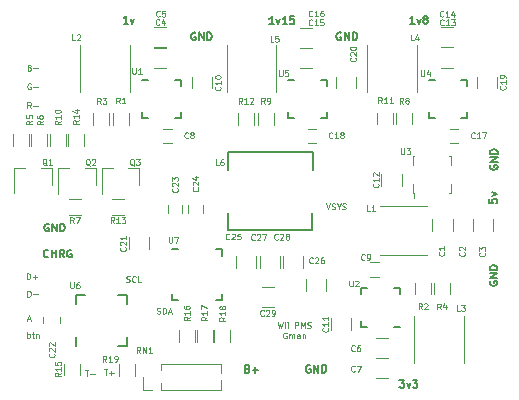
<source format=gbr>
G04 #@! TF.GenerationSoftware,KiCad,Pcbnew,(5.0.1)-4*
G04 #@! TF.CreationDate,2019-03-16T12:44:05-04:00*
G04 #@! TF.ProjectId,Wii reg,576969207265672E6B696361645F7063,rev?*
G04 #@! TF.SameCoordinates,Original*
G04 #@! TF.FileFunction,Legend,Top*
G04 #@! TF.FilePolarity,Positive*
%FSLAX46Y46*%
G04 Gerber Fmt 4.6, Leading zero omitted, Abs format (unit mm)*
G04 Created by KiCad (PCBNEW (5.0.1)-4) date 3/16/2019 12:44:05 PM*
%MOMM*%
%LPD*%
G01*
G04 APERTURE LIST*
%ADD10C,0.125000*%
%ADD11C,0.120000*%
%ADD12C,0.150000*%
G04 APERTURE END LIST*
D10*
X214952857Y-100996190D02*
X215119523Y-101496190D01*
X215286190Y-100996190D01*
X215429047Y-101472380D02*
X215500476Y-101496190D01*
X215619523Y-101496190D01*
X215667142Y-101472380D01*
X215690952Y-101448571D01*
X215714761Y-101400952D01*
X215714761Y-101353333D01*
X215690952Y-101305714D01*
X215667142Y-101281904D01*
X215619523Y-101258095D01*
X215524285Y-101234285D01*
X215476666Y-101210476D01*
X215452857Y-101186666D01*
X215429047Y-101139047D01*
X215429047Y-101091428D01*
X215452857Y-101043809D01*
X215476666Y-101020000D01*
X215524285Y-100996190D01*
X215643333Y-100996190D01*
X215714761Y-101020000D01*
X216024285Y-101258095D02*
X216024285Y-101496190D01*
X215857619Y-100996190D02*
X216024285Y-101258095D01*
X216190952Y-100996190D01*
X216333809Y-101472380D02*
X216405238Y-101496190D01*
X216524285Y-101496190D01*
X216571904Y-101472380D01*
X216595714Y-101448571D01*
X216619523Y-101400952D01*
X216619523Y-101353333D01*
X216595714Y-101305714D01*
X216571904Y-101281904D01*
X216524285Y-101258095D01*
X216429047Y-101234285D01*
X216381428Y-101210476D01*
X216357619Y-101186666D01*
X216333809Y-101139047D01*
X216333809Y-101091428D01*
X216357619Y-101043809D01*
X216381428Y-101020000D01*
X216429047Y-100996190D01*
X216548095Y-100996190D01*
X216619523Y-101020000D01*
X210853333Y-111048690D02*
X210972380Y-111548690D01*
X211067619Y-111191547D01*
X211162857Y-111548690D01*
X211281904Y-111048690D01*
X211472380Y-111548690D02*
X211472380Y-111215357D01*
X211472380Y-111048690D02*
X211448571Y-111072500D01*
X211472380Y-111096309D01*
X211496190Y-111072500D01*
X211472380Y-111048690D01*
X211472380Y-111096309D01*
X211710476Y-111548690D02*
X211710476Y-111215357D01*
X211710476Y-111048690D02*
X211686666Y-111072500D01*
X211710476Y-111096309D01*
X211734285Y-111072500D01*
X211710476Y-111048690D01*
X211710476Y-111096309D01*
X212329523Y-111548690D02*
X212329523Y-111048690D01*
X212520000Y-111048690D01*
X212567619Y-111072500D01*
X212591428Y-111096309D01*
X212615238Y-111143928D01*
X212615238Y-111215357D01*
X212591428Y-111262976D01*
X212567619Y-111286785D01*
X212520000Y-111310595D01*
X212329523Y-111310595D01*
X212829523Y-111548690D02*
X212829523Y-111048690D01*
X212996190Y-111405833D01*
X213162857Y-111048690D01*
X213162857Y-111548690D01*
X213377142Y-111524880D02*
X213448571Y-111548690D01*
X213567619Y-111548690D01*
X213615238Y-111524880D01*
X213639047Y-111501071D01*
X213662857Y-111453452D01*
X213662857Y-111405833D01*
X213639047Y-111358214D01*
X213615238Y-111334404D01*
X213567619Y-111310595D01*
X213472380Y-111286785D01*
X213424761Y-111262976D01*
X213400952Y-111239166D01*
X213377142Y-111191547D01*
X213377142Y-111143928D01*
X213400952Y-111096309D01*
X213424761Y-111072500D01*
X213472380Y-111048690D01*
X213591428Y-111048690D01*
X213662857Y-111072500D01*
X211615238Y-111947500D02*
X211567619Y-111923690D01*
X211496190Y-111923690D01*
X211424761Y-111947500D01*
X211377142Y-111995119D01*
X211353333Y-112042738D01*
X211329523Y-112137976D01*
X211329523Y-112209404D01*
X211353333Y-112304642D01*
X211377142Y-112352261D01*
X211424761Y-112399880D01*
X211496190Y-112423690D01*
X211543809Y-112423690D01*
X211615238Y-112399880D01*
X211639047Y-112376071D01*
X211639047Y-112209404D01*
X211543809Y-112209404D01*
X211853333Y-112423690D02*
X211853333Y-112090357D01*
X211853333Y-112137976D02*
X211877142Y-112114166D01*
X211924761Y-112090357D01*
X211996190Y-112090357D01*
X212043809Y-112114166D01*
X212067619Y-112161785D01*
X212067619Y-112423690D01*
X212067619Y-112161785D02*
X212091428Y-112114166D01*
X212139047Y-112090357D01*
X212210476Y-112090357D01*
X212258095Y-112114166D01*
X212281904Y-112161785D01*
X212281904Y-112423690D01*
X212734285Y-112423690D02*
X212734285Y-112161785D01*
X212710476Y-112114166D01*
X212662857Y-112090357D01*
X212567619Y-112090357D01*
X212520000Y-112114166D01*
X212734285Y-112399880D02*
X212686666Y-112423690D01*
X212567619Y-112423690D01*
X212520000Y-112399880D01*
X212496190Y-112352261D01*
X212496190Y-112304642D01*
X212520000Y-112257023D01*
X212567619Y-112233214D01*
X212686666Y-112233214D01*
X212734285Y-112209404D01*
X212972380Y-112090357D02*
X212972380Y-112423690D01*
X212972380Y-112137976D02*
X212996190Y-112114166D01*
X213043809Y-112090357D01*
X213115238Y-112090357D01*
X213162857Y-112114166D01*
X213186666Y-112161785D01*
X213186666Y-112423690D01*
X198054761Y-107622380D02*
X198126190Y-107646190D01*
X198245238Y-107646190D01*
X198292857Y-107622380D01*
X198316666Y-107598571D01*
X198340476Y-107550952D01*
X198340476Y-107503333D01*
X198316666Y-107455714D01*
X198292857Y-107431904D01*
X198245238Y-107408095D01*
X198150000Y-107384285D01*
X198102380Y-107360476D01*
X198078571Y-107336666D01*
X198054761Y-107289047D01*
X198054761Y-107241428D01*
X198078571Y-107193809D01*
X198102380Y-107170000D01*
X198150000Y-107146190D01*
X198269047Y-107146190D01*
X198340476Y-107170000D01*
X198840476Y-107598571D02*
X198816666Y-107622380D01*
X198745238Y-107646190D01*
X198697619Y-107646190D01*
X198626190Y-107622380D01*
X198578571Y-107574761D01*
X198554761Y-107527142D01*
X198530952Y-107431904D01*
X198530952Y-107360476D01*
X198554761Y-107265238D01*
X198578571Y-107217619D01*
X198626190Y-107170000D01*
X198697619Y-107146190D01*
X198745238Y-107146190D01*
X198816666Y-107170000D01*
X198840476Y-107193809D01*
X199292857Y-107646190D02*
X199054761Y-107646190D01*
X199054761Y-107146190D01*
X200632857Y-110312380D02*
X200704285Y-110336190D01*
X200823333Y-110336190D01*
X200870952Y-110312380D01*
X200894761Y-110288571D01*
X200918571Y-110240952D01*
X200918571Y-110193333D01*
X200894761Y-110145714D01*
X200870952Y-110121904D01*
X200823333Y-110098095D01*
X200728095Y-110074285D01*
X200680476Y-110050476D01*
X200656666Y-110026666D01*
X200632857Y-109979047D01*
X200632857Y-109931428D01*
X200656666Y-109883809D01*
X200680476Y-109860000D01*
X200728095Y-109836190D01*
X200847142Y-109836190D01*
X200918571Y-109860000D01*
X201132857Y-110336190D02*
X201132857Y-109836190D01*
X201251904Y-109836190D01*
X201323333Y-109860000D01*
X201370952Y-109907619D01*
X201394761Y-109955238D01*
X201418571Y-110050476D01*
X201418571Y-110121904D01*
X201394761Y-110217142D01*
X201370952Y-110264761D01*
X201323333Y-110312380D01*
X201251904Y-110336190D01*
X201132857Y-110336190D01*
X201609047Y-110193333D02*
X201847142Y-110193333D01*
X201561428Y-110336190D02*
X201728095Y-109836190D01*
X201894761Y-110336190D01*
X189670952Y-110773333D02*
X189909047Y-110773333D01*
X189623333Y-110916190D02*
X189790000Y-110416190D01*
X189956666Y-110916190D01*
X189679523Y-108886190D02*
X189679523Y-108386190D01*
X189798571Y-108386190D01*
X189870000Y-108410000D01*
X189917619Y-108457619D01*
X189941428Y-108505238D01*
X189965238Y-108600476D01*
X189965238Y-108671904D01*
X189941428Y-108767142D01*
X189917619Y-108814761D01*
X189870000Y-108862380D01*
X189798571Y-108886190D01*
X189679523Y-108886190D01*
X190179523Y-108695714D02*
X190560476Y-108695714D01*
X189639523Y-107416190D02*
X189639523Y-106916190D01*
X189758571Y-106916190D01*
X189830000Y-106940000D01*
X189877619Y-106987619D01*
X189901428Y-107035238D01*
X189925238Y-107130476D01*
X189925238Y-107201904D01*
X189901428Y-107297142D01*
X189877619Y-107344761D01*
X189830000Y-107392380D01*
X189758571Y-107416190D01*
X189639523Y-107416190D01*
X190139523Y-107225714D02*
X190520476Y-107225714D01*
X190330000Y-107416190D02*
X190330000Y-107035238D01*
X189856190Y-89484285D02*
X189927619Y-89508095D01*
X189951428Y-89531904D01*
X189975238Y-89579523D01*
X189975238Y-89650952D01*
X189951428Y-89698571D01*
X189927619Y-89722380D01*
X189880000Y-89746190D01*
X189689523Y-89746190D01*
X189689523Y-89246190D01*
X189856190Y-89246190D01*
X189903809Y-89270000D01*
X189927619Y-89293809D01*
X189951428Y-89341428D01*
X189951428Y-89389047D01*
X189927619Y-89436666D01*
X189903809Y-89460476D01*
X189856190Y-89484285D01*
X189689523Y-89484285D01*
X190189523Y-89555714D02*
X190570476Y-89555714D01*
X189951428Y-90850000D02*
X189903809Y-90826190D01*
X189832380Y-90826190D01*
X189760952Y-90850000D01*
X189713333Y-90897619D01*
X189689523Y-90945238D01*
X189665714Y-91040476D01*
X189665714Y-91111904D01*
X189689523Y-91207142D01*
X189713333Y-91254761D01*
X189760952Y-91302380D01*
X189832380Y-91326190D01*
X189880000Y-91326190D01*
X189951428Y-91302380D01*
X189975238Y-91278571D01*
X189975238Y-91111904D01*
X189880000Y-91111904D01*
X190189523Y-91135714D02*
X190570476Y-91135714D01*
X189965238Y-92916190D02*
X189798571Y-92678095D01*
X189679523Y-92916190D02*
X189679523Y-92416190D01*
X189870000Y-92416190D01*
X189917619Y-92440000D01*
X189941428Y-92463809D01*
X189965238Y-92511428D01*
X189965238Y-92582857D01*
X189941428Y-92630476D01*
X189917619Y-92654285D01*
X189870000Y-92678095D01*
X189679523Y-92678095D01*
X190179523Y-92725714D02*
X190560476Y-92725714D01*
X189663809Y-112366190D02*
X189663809Y-111866190D01*
X189663809Y-112056666D02*
X189711428Y-112032857D01*
X189806666Y-112032857D01*
X189854285Y-112056666D01*
X189878095Y-112080476D01*
X189901904Y-112128095D01*
X189901904Y-112270952D01*
X189878095Y-112318571D01*
X189854285Y-112342380D01*
X189806666Y-112366190D01*
X189711428Y-112366190D01*
X189663809Y-112342380D01*
X190044761Y-112032857D02*
X190235238Y-112032857D01*
X190116190Y-111866190D02*
X190116190Y-112294761D01*
X190140000Y-112342380D01*
X190187619Y-112366190D01*
X190235238Y-112366190D01*
X190401904Y-112032857D02*
X190401904Y-112366190D01*
X190401904Y-112080476D02*
X190425714Y-112056666D01*
X190473333Y-112032857D01*
X190544761Y-112032857D01*
X190592380Y-112056666D01*
X190616190Y-112104285D01*
X190616190Y-112366190D01*
X194557619Y-115106190D02*
X194843333Y-115106190D01*
X194700476Y-115606190D02*
X194700476Y-115106190D01*
X195010000Y-115415714D02*
X195390952Y-115415714D01*
X196147619Y-115046190D02*
X196433333Y-115046190D01*
X196290476Y-115546190D02*
X196290476Y-115046190D01*
X196600000Y-115355714D02*
X196980952Y-115355714D01*
X196790476Y-115546190D02*
X196790476Y-115165238D01*
D11*
G04 #@! TO.C,C1*
X225670000Y-103330000D02*
X225670000Y-102330000D01*
X223970000Y-102330000D02*
X223970000Y-103330000D01*
G04 #@! TO.C,C2*
X227370000Y-103340000D02*
X227370000Y-102340000D01*
X225670000Y-102340000D02*
X225670000Y-103340000D01*
G04 #@! TO.C,C3*
X229070000Y-103340000D02*
X229070000Y-102340000D01*
X227370000Y-102340000D02*
X227370000Y-103340000D01*
G04 #@! TO.C,C4*
X201430000Y-87800000D02*
X200430000Y-87800000D01*
X200430000Y-89500000D02*
X201430000Y-89500000D01*
G04 #@! TO.C,C5*
X201430000Y-86090000D02*
X200430000Y-86090000D01*
X200430000Y-87790000D02*
X201430000Y-87790000D01*
G04 #@! TO.C,C6*
X219170000Y-114060000D02*
X220170000Y-114060000D01*
X220170000Y-112360000D02*
X219170000Y-112360000D01*
G04 #@! TO.C,C7*
X219170000Y-115760000D02*
X220170000Y-115760000D01*
X220170000Y-114060000D02*
X219170000Y-114060000D01*
G04 #@! TO.C,C8*
X201190000Y-94660000D02*
X201890000Y-94660000D01*
X201890000Y-95860000D02*
X201190000Y-95860000D01*
G04 #@! TO.C,C9*
X219420000Y-107190000D02*
X218720000Y-107190000D01*
X218720000Y-105990000D02*
X219420000Y-105990000D01*
G04 #@! TO.C,C10*
X205310000Y-91260000D02*
X205310000Y-90260000D01*
X203610000Y-90260000D02*
X203610000Y-91260000D01*
G04 #@! TO.C,C11*
X215390000Y-110710000D02*
X215390000Y-111710000D01*
X217090000Y-111710000D02*
X217090000Y-110710000D01*
G04 #@! TO.C,C12*
X219650000Y-98520000D02*
X219650000Y-99520000D01*
X221350000Y-99520000D02*
X221350000Y-98520000D01*
G04 #@! TO.C,C13*
X225690000Y-87790000D02*
X224690000Y-87790000D01*
X224690000Y-89490000D02*
X225690000Y-89490000D01*
G04 #@! TO.C,C14*
X225690000Y-86090000D02*
X224690000Y-86090000D01*
X224690000Y-87790000D02*
X225690000Y-87790000D01*
G04 #@! TO.C,C15*
X213780000Y-87800000D02*
X212780000Y-87800000D01*
X212780000Y-89500000D02*
X213780000Y-89500000D01*
G04 #@! TO.C,C16*
X213770000Y-86100000D02*
X212770000Y-86100000D01*
X212770000Y-87800000D02*
X213770000Y-87800000D01*
G04 #@! TO.C,C17*
X225420000Y-94650000D02*
X226120000Y-94650000D01*
X226120000Y-95850000D02*
X225420000Y-95850000D01*
G04 #@! TO.C,C18*
X213430000Y-94660000D02*
X214130000Y-94660000D01*
X214130000Y-95860000D02*
X213430000Y-95860000D01*
G04 #@! TO.C,C19*
X229400000Y-91250000D02*
X229400000Y-90250000D01*
X227700000Y-90250000D02*
X227700000Y-91250000D01*
G04 #@! TO.C,C20*
X217510000Y-91260000D02*
X217510000Y-90260000D01*
X215810000Y-90260000D02*
X215810000Y-91260000D01*
G04 #@! TO.C,C21*
X199950000Y-104870000D02*
X199950000Y-103870000D01*
X198250000Y-103870000D02*
X198250000Y-104870000D01*
G04 #@! TO.C,C23*
X201600000Y-101820000D02*
X201600000Y-101120000D01*
X202800000Y-101120000D02*
X202800000Y-101820000D01*
G04 #@! TO.C,C24*
X203300000Y-101810000D02*
X203300000Y-101110000D01*
X204500000Y-101110000D02*
X204500000Y-101810000D01*
G04 #@! TO.C,C25*
X207360000Y-105430000D02*
X207360000Y-106430000D01*
X209060000Y-106430000D02*
X209060000Y-105430000D01*
G04 #@! TO.C,C27*
X209350000Y-105430000D02*
X209350000Y-106430000D01*
X211050000Y-106430000D02*
X211050000Y-105430000D01*
G04 #@! TO.C,C28*
X211330000Y-105430000D02*
X211330000Y-106430000D01*
X213030000Y-106430000D02*
X213030000Y-105430000D01*
G04 #@! TO.C,J25*
X206025000Y-116770000D02*
X206025000Y-115967530D01*
X206025000Y-115352470D02*
X206025000Y-114550000D01*
X201010000Y-116770000D02*
X206025000Y-116770000D01*
X201010000Y-114550000D02*
X206025000Y-114550000D01*
X201010000Y-116770000D02*
X201010000Y-116223471D01*
X201010000Y-115096529D02*
X201010000Y-114550000D01*
X200250000Y-116770000D02*
X199490000Y-116770000D01*
X199490000Y-116770000D02*
X199490000Y-115660000D01*
G04 #@! TO.C,L1*
X219490000Y-101170000D02*
X223490000Y-101170000D01*
X219490000Y-105370000D02*
X223490000Y-105370000D01*
G04 #@! TO.C,L2*
X198340000Y-87540000D02*
X198340000Y-91540000D01*
X194140000Y-87540000D02*
X194140000Y-91540000D01*
G04 #@! TO.C,L3*
X222410000Y-114490000D02*
X222410000Y-110490000D01*
X226610000Y-114490000D02*
X226610000Y-110490000D01*
G04 #@! TO.C,L4*
X222650000Y-87540000D02*
X222650000Y-91540000D01*
X218450000Y-87540000D02*
X218450000Y-91540000D01*
G04 #@! TO.C,L5*
X210760000Y-87560000D02*
X210760000Y-91560000D01*
X206560000Y-87560000D02*
X206560000Y-91560000D01*
D12*
G04 #@! TO.C,L6*
X213820000Y-96670000D02*
X213820000Y-98170000D01*
X213820000Y-96670000D02*
X206620000Y-96670000D01*
X206620000Y-96670000D02*
X206620000Y-98170000D01*
X213770000Y-103270000D02*
X213770000Y-101770000D01*
X213770000Y-103270000D02*
X206620000Y-103270000D01*
X206620000Y-103270000D02*
X206620000Y-101770000D01*
D11*
G04 #@! TO.C,Q1*
X191740000Y-97990000D02*
X190810000Y-97990000D01*
X188580000Y-97990000D02*
X189510000Y-97990000D01*
X188580000Y-97990000D02*
X188580000Y-100150000D01*
X191740000Y-97990000D02*
X191740000Y-99450000D01*
G04 #@! TO.C,Q2*
X195450000Y-98000000D02*
X194520000Y-98000000D01*
X192290000Y-98000000D02*
X193220000Y-98000000D01*
X192290000Y-98000000D02*
X192290000Y-100160000D01*
X195450000Y-98000000D02*
X195450000Y-99460000D01*
G04 #@! TO.C,Q3*
X199140000Y-98010000D02*
X198210000Y-98010000D01*
X195980000Y-98010000D02*
X196910000Y-98010000D01*
X195980000Y-98010000D02*
X195980000Y-100170000D01*
X199140000Y-98010000D02*
X199140000Y-99470000D01*
G04 #@! TO.C,R1*
X196910000Y-94360000D02*
X196910000Y-93360000D01*
X198270000Y-93360000D02*
X198270000Y-94360000D01*
G04 #@! TO.C,R2*
X223820000Y-107690000D02*
X223820000Y-108690000D01*
X222460000Y-108690000D02*
X222460000Y-107690000D01*
G04 #@! TO.C,R3*
X195250000Y-94360000D02*
X195250000Y-93360000D01*
X196610000Y-93360000D02*
X196610000Y-94360000D01*
G04 #@! TO.C,R4*
X225420000Y-107690000D02*
X225420000Y-108690000D01*
X224060000Y-108690000D02*
X224060000Y-107690000D01*
G04 #@! TO.C,R5*
X188460000Y-96120000D02*
X188460000Y-95120000D01*
X189820000Y-95120000D02*
X189820000Y-96120000D01*
G04 #@! TO.C,R6*
X190000000Y-96120000D02*
X190000000Y-95120000D01*
X191360000Y-95120000D02*
X191360000Y-96120000D01*
G04 #@! TO.C,R7*
X193170000Y-100590000D02*
X194170000Y-100590000D01*
X194170000Y-101950000D02*
X193170000Y-101950000D01*
G04 #@! TO.C,R8*
X220885000Y-94305000D02*
X220885000Y-93305000D01*
X222245000Y-93305000D02*
X222245000Y-94305000D01*
G04 #@! TO.C,R9*
X209170000Y-94370000D02*
X209170000Y-93370000D01*
X210530000Y-93370000D02*
X210530000Y-94370000D01*
G04 #@! TO.C,R10*
X191560000Y-96140000D02*
X191560000Y-95140000D01*
X192920000Y-95140000D02*
X192920000Y-96140000D01*
G04 #@! TO.C,R11*
X219265000Y-94305000D02*
X219265000Y-93305000D01*
X220625000Y-93305000D02*
X220625000Y-94305000D01*
G04 #@! TO.C,R12*
X207490000Y-94370000D02*
X207490000Y-93370000D01*
X208850000Y-93370000D02*
X208850000Y-94370000D01*
G04 #@! TO.C,R13*
X197840000Y-101970000D02*
X196840000Y-101970000D01*
X196840000Y-100610000D02*
X197840000Y-100610000D01*
G04 #@! TO.C,R14*
X193100000Y-96140000D02*
X193100000Y-95140000D01*
X194460000Y-95140000D02*
X194460000Y-96140000D01*
G04 #@! TO.C,R15*
X194110000Y-114550000D02*
X194110000Y-115550000D01*
X192750000Y-115550000D02*
X192750000Y-114550000D01*
G04 #@! TO.C,R16*
X202500000Y-112690000D02*
X202500000Y-111690000D01*
X203860000Y-111690000D02*
X203860000Y-112690000D01*
G04 #@! TO.C,R17*
X205360000Y-111690000D02*
X205360000Y-112690000D01*
X204000000Y-112690000D02*
X204000000Y-111690000D01*
G04 #@! TO.C,R18*
X206860000Y-111690000D02*
X206860000Y-112690000D01*
X205500000Y-112690000D02*
X205500000Y-111690000D01*
D12*
G04 #@! TO.C,U1*
X202655000Y-90535000D02*
X202655000Y-91035000D01*
X199405000Y-93785000D02*
X199405000Y-93285000D01*
X202655000Y-93785000D02*
X202655000Y-93285000D01*
X199405000Y-90535000D02*
X199905000Y-90535000D01*
X199405000Y-93785000D02*
X199905000Y-93785000D01*
X202655000Y-93785000D02*
X202155000Y-93785000D01*
X202655000Y-90535000D02*
X202155000Y-90535000D01*
G04 #@! TO.C,U2*
X217945000Y-111415000D02*
X217945000Y-110915000D01*
X221195000Y-108165000D02*
X221195000Y-108665000D01*
X217945000Y-108165000D02*
X217945000Y-108665000D01*
X221195000Y-111415000D02*
X220695000Y-111415000D01*
X221195000Y-108165000D02*
X220695000Y-108165000D01*
X217945000Y-108165000D02*
X218445000Y-108165000D01*
X217945000Y-111415000D02*
X218445000Y-111415000D01*
D11*
G04 #@! TO.C,U3*
X222400000Y-100140000D02*
X222400000Y-100540000D01*
X225500000Y-96940000D02*
X225400000Y-96940000D01*
X225500000Y-97740000D02*
X225500000Y-96940000D01*
X225500000Y-100140000D02*
X225500000Y-99340000D01*
X225400000Y-100140000D02*
X225500000Y-100140000D01*
X222300000Y-96940000D02*
X222400000Y-96940000D01*
X222300000Y-97740000D02*
X222300000Y-96940000D01*
X222300000Y-100140000D02*
X222400000Y-100140000D01*
X222300000Y-99340000D02*
X222300000Y-100140000D01*
D12*
G04 #@! TO.C,U4*
X226915000Y-90525000D02*
X226915000Y-91025000D01*
X223665000Y-93775000D02*
X223665000Y-93275000D01*
X226915000Y-93775000D02*
X226915000Y-93275000D01*
X223665000Y-90525000D02*
X224165000Y-90525000D01*
X223665000Y-93775000D02*
X224165000Y-93775000D01*
X226915000Y-93775000D02*
X226415000Y-93775000D01*
X226915000Y-90525000D02*
X226415000Y-90525000D01*
G04 #@! TO.C,U5*
X215005000Y-90535000D02*
X215005000Y-91035000D01*
X211755000Y-93785000D02*
X211755000Y-93285000D01*
X215005000Y-93785000D02*
X215005000Y-93285000D01*
X211755000Y-90535000D02*
X212255000Y-90535000D01*
X211755000Y-93785000D02*
X212255000Y-93785000D01*
X215005000Y-93785000D02*
X214505000Y-93785000D01*
X215005000Y-90535000D02*
X214505000Y-90535000D01*
G04 #@! TO.C,U6*
X193755000Y-108735000D02*
X194555000Y-108735000D01*
X198105000Y-113085000D02*
X197305000Y-113085000D01*
X198105000Y-108735000D02*
X197305000Y-108735000D01*
X193755000Y-113085000D02*
X193755000Y-112285000D01*
X198105000Y-113085000D02*
X198105000Y-112285000D01*
X198105000Y-108735000D02*
X198105000Y-109535000D01*
X193755000Y-108735000D02*
X193755000Y-109535000D01*
G04 #@! TO.C,U7*
X206190000Y-104890000D02*
X206190000Y-105415000D01*
X201890000Y-109190000D02*
X201890000Y-108665000D01*
X206190000Y-109190000D02*
X206190000Y-108665000D01*
X201890000Y-104890000D02*
X202415000Y-104890000D01*
X201890000Y-109190000D02*
X202415000Y-109190000D01*
X206190000Y-109190000D02*
X205665000Y-109190000D01*
X206190000Y-104890000D02*
X205665000Y-104890000D01*
D11*
G04 #@! TO.C,C29*
X210540000Y-108060000D02*
X209540000Y-108060000D01*
X209540000Y-109760000D02*
X210540000Y-109760000D01*
G04 #@! TO.C,R19*
X197460000Y-115610000D02*
X197460000Y-114610000D01*
X198820000Y-114610000D02*
X198820000Y-115610000D01*
G04 #@! TO.C,C26*
X213270000Y-107430000D02*
X213270000Y-108430000D01*
X214970000Y-108430000D02*
X214970000Y-107430000D01*
G04 #@! TO.C,C22*
X192420000Y-110623922D02*
X192420000Y-111141078D01*
X191000000Y-110623922D02*
X191000000Y-111141078D01*
G04 #@! TO.C,C1*
D10*
X224938571Y-105103333D02*
X224962380Y-105127142D01*
X224986190Y-105198571D01*
X224986190Y-105246190D01*
X224962380Y-105317619D01*
X224914761Y-105365238D01*
X224867142Y-105389047D01*
X224771904Y-105412857D01*
X224700476Y-105412857D01*
X224605238Y-105389047D01*
X224557619Y-105365238D01*
X224510000Y-105317619D01*
X224486190Y-105246190D01*
X224486190Y-105198571D01*
X224510000Y-105127142D01*
X224533809Y-105103333D01*
X224986190Y-104627142D02*
X224986190Y-104912857D01*
X224986190Y-104770000D02*
X224486190Y-104770000D01*
X224557619Y-104817619D01*
X224605238Y-104865238D01*
X224629047Y-104912857D01*
G04 #@! TO.C,C2*
X226678571Y-105133333D02*
X226702380Y-105157142D01*
X226726190Y-105228571D01*
X226726190Y-105276190D01*
X226702380Y-105347619D01*
X226654761Y-105395238D01*
X226607142Y-105419047D01*
X226511904Y-105442857D01*
X226440476Y-105442857D01*
X226345238Y-105419047D01*
X226297619Y-105395238D01*
X226250000Y-105347619D01*
X226226190Y-105276190D01*
X226226190Y-105228571D01*
X226250000Y-105157142D01*
X226273809Y-105133333D01*
X226273809Y-104942857D02*
X226250000Y-104919047D01*
X226226190Y-104871428D01*
X226226190Y-104752380D01*
X226250000Y-104704761D01*
X226273809Y-104680952D01*
X226321428Y-104657142D01*
X226369047Y-104657142D01*
X226440476Y-104680952D01*
X226726190Y-104966666D01*
X226726190Y-104657142D01*
G04 #@! TO.C,C3*
X228378571Y-105153333D02*
X228402380Y-105177142D01*
X228426190Y-105248571D01*
X228426190Y-105296190D01*
X228402380Y-105367619D01*
X228354761Y-105415238D01*
X228307142Y-105439047D01*
X228211904Y-105462857D01*
X228140476Y-105462857D01*
X228045238Y-105439047D01*
X227997619Y-105415238D01*
X227950000Y-105367619D01*
X227926190Y-105296190D01*
X227926190Y-105248571D01*
X227950000Y-105177142D01*
X227973809Y-105153333D01*
X227926190Y-104986666D02*
X227926190Y-104677142D01*
X228116666Y-104843809D01*
X228116666Y-104772380D01*
X228140476Y-104724761D01*
X228164285Y-104700952D01*
X228211904Y-104677142D01*
X228330952Y-104677142D01*
X228378571Y-104700952D01*
X228402380Y-104724761D01*
X228426190Y-104772380D01*
X228426190Y-104915238D01*
X228402380Y-104962857D01*
X228378571Y-104986666D01*
G04 #@! TO.C,C4*
X200846666Y-85828571D02*
X200822857Y-85852380D01*
X200751428Y-85876190D01*
X200703809Y-85876190D01*
X200632380Y-85852380D01*
X200584761Y-85804761D01*
X200560952Y-85757142D01*
X200537142Y-85661904D01*
X200537142Y-85590476D01*
X200560952Y-85495238D01*
X200584761Y-85447619D01*
X200632380Y-85400000D01*
X200703809Y-85376190D01*
X200751428Y-85376190D01*
X200822857Y-85400000D01*
X200846666Y-85423809D01*
X201275238Y-85542857D02*
X201275238Y-85876190D01*
X201156190Y-85352380D02*
X201037142Y-85709523D01*
X201346666Y-85709523D01*
G04 #@! TO.C,C5*
X200866666Y-85128571D02*
X200842857Y-85152380D01*
X200771428Y-85176190D01*
X200723809Y-85176190D01*
X200652380Y-85152380D01*
X200604761Y-85104761D01*
X200580952Y-85057142D01*
X200557142Y-84961904D01*
X200557142Y-84890476D01*
X200580952Y-84795238D01*
X200604761Y-84747619D01*
X200652380Y-84700000D01*
X200723809Y-84676190D01*
X200771428Y-84676190D01*
X200842857Y-84700000D01*
X200866666Y-84723809D01*
X201319047Y-84676190D02*
X201080952Y-84676190D01*
X201057142Y-84914285D01*
X201080952Y-84890476D01*
X201128571Y-84866666D01*
X201247619Y-84866666D01*
X201295238Y-84890476D01*
X201319047Y-84914285D01*
X201342857Y-84961904D01*
X201342857Y-85080952D01*
X201319047Y-85128571D01*
X201295238Y-85152380D01*
X201247619Y-85176190D01*
X201128571Y-85176190D01*
X201080952Y-85152380D01*
X201057142Y-85128571D01*
G04 #@! TO.C,C6*
X217386666Y-113448571D02*
X217362857Y-113472380D01*
X217291428Y-113496190D01*
X217243809Y-113496190D01*
X217172380Y-113472380D01*
X217124761Y-113424761D01*
X217100952Y-113377142D01*
X217077142Y-113281904D01*
X217077142Y-113210476D01*
X217100952Y-113115238D01*
X217124761Y-113067619D01*
X217172380Y-113020000D01*
X217243809Y-112996190D01*
X217291428Y-112996190D01*
X217362857Y-113020000D01*
X217386666Y-113043809D01*
X217815238Y-112996190D02*
X217720000Y-112996190D01*
X217672380Y-113020000D01*
X217648571Y-113043809D01*
X217600952Y-113115238D01*
X217577142Y-113210476D01*
X217577142Y-113400952D01*
X217600952Y-113448571D01*
X217624761Y-113472380D01*
X217672380Y-113496190D01*
X217767619Y-113496190D01*
X217815238Y-113472380D01*
X217839047Y-113448571D01*
X217862857Y-113400952D01*
X217862857Y-113281904D01*
X217839047Y-113234285D01*
X217815238Y-113210476D01*
X217767619Y-113186666D01*
X217672380Y-113186666D01*
X217624761Y-113210476D01*
X217600952Y-113234285D01*
X217577142Y-113281904D01*
G04 #@! TO.C,C7*
X217386666Y-115178571D02*
X217362857Y-115202380D01*
X217291428Y-115226190D01*
X217243809Y-115226190D01*
X217172380Y-115202380D01*
X217124761Y-115154761D01*
X217100952Y-115107142D01*
X217077142Y-115011904D01*
X217077142Y-114940476D01*
X217100952Y-114845238D01*
X217124761Y-114797619D01*
X217172380Y-114750000D01*
X217243809Y-114726190D01*
X217291428Y-114726190D01*
X217362857Y-114750000D01*
X217386666Y-114773809D01*
X217553333Y-114726190D02*
X217886666Y-114726190D01*
X217672380Y-115226190D01*
G04 #@! TO.C,C8*
X203276666Y-95428571D02*
X203252857Y-95452380D01*
X203181428Y-95476190D01*
X203133809Y-95476190D01*
X203062380Y-95452380D01*
X203014761Y-95404761D01*
X202990952Y-95357142D01*
X202967142Y-95261904D01*
X202967142Y-95190476D01*
X202990952Y-95095238D01*
X203014761Y-95047619D01*
X203062380Y-95000000D01*
X203133809Y-94976190D01*
X203181428Y-94976190D01*
X203252857Y-95000000D01*
X203276666Y-95023809D01*
X203562380Y-95190476D02*
X203514761Y-95166666D01*
X203490952Y-95142857D01*
X203467142Y-95095238D01*
X203467142Y-95071428D01*
X203490952Y-95023809D01*
X203514761Y-95000000D01*
X203562380Y-94976190D01*
X203657619Y-94976190D01*
X203705238Y-95000000D01*
X203729047Y-95023809D01*
X203752857Y-95071428D01*
X203752857Y-95095238D01*
X203729047Y-95142857D01*
X203705238Y-95166666D01*
X203657619Y-95190476D01*
X203562380Y-95190476D01*
X203514761Y-95214285D01*
X203490952Y-95238095D01*
X203467142Y-95285714D01*
X203467142Y-95380952D01*
X203490952Y-95428571D01*
X203514761Y-95452380D01*
X203562380Y-95476190D01*
X203657619Y-95476190D01*
X203705238Y-95452380D01*
X203729047Y-95428571D01*
X203752857Y-95380952D01*
X203752857Y-95285714D01*
X203729047Y-95238095D01*
X203705238Y-95214285D01*
X203657619Y-95190476D01*
G04 #@! TO.C,C9*
X218226666Y-105738571D02*
X218202857Y-105762380D01*
X218131428Y-105786190D01*
X218083809Y-105786190D01*
X218012380Y-105762380D01*
X217964761Y-105714761D01*
X217940952Y-105667142D01*
X217917142Y-105571904D01*
X217917142Y-105500476D01*
X217940952Y-105405238D01*
X217964761Y-105357619D01*
X218012380Y-105310000D01*
X218083809Y-105286190D01*
X218131428Y-105286190D01*
X218202857Y-105310000D01*
X218226666Y-105333809D01*
X218464761Y-105786190D02*
X218560000Y-105786190D01*
X218607619Y-105762380D01*
X218631428Y-105738571D01*
X218679047Y-105667142D01*
X218702857Y-105571904D01*
X218702857Y-105381428D01*
X218679047Y-105333809D01*
X218655238Y-105310000D01*
X218607619Y-105286190D01*
X218512380Y-105286190D01*
X218464761Y-105310000D01*
X218440952Y-105333809D01*
X218417142Y-105381428D01*
X218417142Y-105500476D01*
X218440952Y-105548095D01*
X218464761Y-105571904D01*
X218512380Y-105595714D01*
X218607619Y-105595714D01*
X218655238Y-105571904D01*
X218679047Y-105548095D01*
X218702857Y-105500476D01*
G04 #@! TO.C,C10*
X205998571Y-91101428D02*
X206022380Y-91125238D01*
X206046190Y-91196666D01*
X206046190Y-91244285D01*
X206022380Y-91315714D01*
X205974761Y-91363333D01*
X205927142Y-91387142D01*
X205831904Y-91410952D01*
X205760476Y-91410952D01*
X205665238Y-91387142D01*
X205617619Y-91363333D01*
X205570000Y-91315714D01*
X205546190Y-91244285D01*
X205546190Y-91196666D01*
X205570000Y-91125238D01*
X205593809Y-91101428D01*
X206046190Y-90625238D02*
X206046190Y-90910952D01*
X206046190Y-90768095D02*
X205546190Y-90768095D01*
X205617619Y-90815714D01*
X205665238Y-90863333D01*
X205689047Y-90910952D01*
X205546190Y-90315714D02*
X205546190Y-90268095D01*
X205570000Y-90220476D01*
X205593809Y-90196666D01*
X205641428Y-90172857D01*
X205736666Y-90149047D01*
X205855714Y-90149047D01*
X205950952Y-90172857D01*
X205998571Y-90196666D01*
X206022380Y-90220476D01*
X206046190Y-90268095D01*
X206046190Y-90315714D01*
X206022380Y-90363333D01*
X205998571Y-90387142D01*
X205950952Y-90410952D01*
X205855714Y-90434761D01*
X205736666Y-90434761D01*
X205641428Y-90410952D01*
X205593809Y-90387142D01*
X205570000Y-90363333D01*
X205546190Y-90315714D01*
G04 #@! TO.C,C11*
X215088571Y-111541428D02*
X215112380Y-111565238D01*
X215136190Y-111636666D01*
X215136190Y-111684285D01*
X215112380Y-111755714D01*
X215064761Y-111803333D01*
X215017142Y-111827142D01*
X214921904Y-111850952D01*
X214850476Y-111850952D01*
X214755238Y-111827142D01*
X214707619Y-111803333D01*
X214660000Y-111755714D01*
X214636190Y-111684285D01*
X214636190Y-111636666D01*
X214660000Y-111565238D01*
X214683809Y-111541428D01*
X215136190Y-111065238D02*
X215136190Y-111350952D01*
X215136190Y-111208095D02*
X214636190Y-111208095D01*
X214707619Y-111255714D01*
X214755238Y-111303333D01*
X214779047Y-111350952D01*
X215136190Y-110589047D02*
X215136190Y-110874761D01*
X215136190Y-110731904D02*
X214636190Y-110731904D01*
X214707619Y-110779523D01*
X214755238Y-110827142D01*
X214779047Y-110874761D01*
G04 #@! TO.C,C12*
X219358571Y-99321428D02*
X219382380Y-99345238D01*
X219406190Y-99416666D01*
X219406190Y-99464285D01*
X219382380Y-99535714D01*
X219334761Y-99583333D01*
X219287142Y-99607142D01*
X219191904Y-99630952D01*
X219120476Y-99630952D01*
X219025238Y-99607142D01*
X218977619Y-99583333D01*
X218930000Y-99535714D01*
X218906190Y-99464285D01*
X218906190Y-99416666D01*
X218930000Y-99345238D01*
X218953809Y-99321428D01*
X219406190Y-98845238D02*
X219406190Y-99130952D01*
X219406190Y-98988095D02*
X218906190Y-98988095D01*
X218977619Y-99035714D01*
X219025238Y-99083333D01*
X219049047Y-99130952D01*
X218953809Y-98654761D02*
X218930000Y-98630952D01*
X218906190Y-98583333D01*
X218906190Y-98464285D01*
X218930000Y-98416666D01*
X218953809Y-98392857D01*
X219001428Y-98369047D01*
X219049047Y-98369047D01*
X219120476Y-98392857D01*
X219406190Y-98678571D01*
X219406190Y-98369047D01*
G04 #@! TO.C,C13*
X224908571Y-85858571D02*
X224884761Y-85882380D01*
X224813333Y-85906190D01*
X224765714Y-85906190D01*
X224694285Y-85882380D01*
X224646666Y-85834761D01*
X224622857Y-85787142D01*
X224599047Y-85691904D01*
X224599047Y-85620476D01*
X224622857Y-85525238D01*
X224646666Y-85477619D01*
X224694285Y-85430000D01*
X224765714Y-85406190D01*
X224813333Y-85406190D01*
X224884761Y-85430000D01*
X224908571Y-85453809D01*
X225384761Y-85906190D02*
X225099047Y-85906190D01*
X225241904Y-85906190D02*
X225241904Y-85406190D01*
X225194285Y-85477619D01*
X225146666Y-85525238D01*
X225099047Y-85549047D01*
X225551428Y-85406190D02*
X225860952Y-85406190D01*
X225694285Y-85596666D01*
X225765714Y-85596666D01*
X225813333Y-85620476D01*
X225837142Y-85644285D01*
X225860952Y-85691904D01*
X225860952Y-85810952D01*
X225837142Y-85858571D01*
X225813333Y-85882380D01*
X225765714Y-85906190D01*
X225622857Y-85906190D01*
X225575238Y-85882380D01*
X225551428Y-85858571D01*
G04 #@! TO.C,C14*
X224898571Y-85138571D02*
X224874761Y-85162380D01*
X224803333Y-85186190D01*
X224755714Y-85186190D01*
X224684285Y-85162380D01*
X224636666Y-85114761D01*
X224612857Y-85067142D01*
X224589047Y-84971904D01*
X224589047Y-84900476D01*
X224612857Y-84805238D01*
X224636666Y-84757619D01*
X224684285Y-84710000D01*
X224755714Y-84686190D01*
X224803333Y-84686190D01*
X224874761Y-84710000D01*
X224898571Y-84733809D01*
X225374761Y-85186190D02*
X225089047Y-85186190D01*
X225231904Y-85186190D02*
X225231904Y-84686190D01*
X225184285Y-84757619D01*
X225136666Y-84805238D01*
X225089047Y-84829047D01*
X225803333Y-84852857D02*
X225803333Y-85186190D01*
X225684285Y-84662380D02*
X225565238Y-85019523D01*
X225874761Y-85019523D01*
G04 #@! TO.C,C15*
X213798571Y-85868571D02*
X213774761Y-85892380D01*
X213703333Y-85916190D01*
X213655714Y-85916190D01*
X213584285Y-85892380D01*
X213536666Y-85844761D01*
X213512857Y-85797142D01*
X213489047Y-85701904D01*
X213489047Y-85630476D01*
X213512857Y-85535238D01*
X213536666Y-85487619D01*
X213584285Y-85440000D01*
X213655714Y-85416190D01*
X213703333Y-85416190D01*
X213774761Y-85440000D01*
X213798571Y-85463809D01*
X214274761Y-85916190D02*
X213989047Y-85916190D01*
X214131904Y-85916190D02*
X214131904Y-85416190D01*
X214084285Y-85487619D01*
X214036666Y-85535238D01*
X213989047Y-85559047D01*
X214727142Y-85416190D02*
X214489047Y-85416190D01*
X214465238Y-85654285D01*
X214489047Y-85630476D01*
X214536666Y-85606666D01*
X214655714Y-85606666D01*
X214703333Y-85630476D01*
X214727142Y-85654285D01*
X214750952Y-85701904D01*
X214750952Y-85820952D01*
X214727142Y-85868571D01*
X214703333Y-85892380D01*
X214655714Y-85916190D01*
X214536666Y-85916190D01*
X214489047Y-85892380D01*
X214465238Y-85868571D01*
G04 #@! TO.C,C16*
X213808571Y-85118571D02*
X213784761Y-85142380D01*
X213713333Y-85166190D01*
X213665714Y-85166190D01*
X213594285Y-85142380D01*
X213546666Y-85094761D01*
X213522857Y-85047142D01*
X213499047Y-84951904D01*
X213499047Y-84880476D01*
X213522857Y-84785238D01*
X213546666Y-84737619D01*
X213594285Y-84690000D01*
X213665714Y-84666190D01*
X213713333Y-84666190D01*
X213784761Y-84690000D01*
X213808571Y-84713809D01*
X214284761Y-85166190D02*
X213999047Y-85166190D01*
X214141904Y-85166190D02*
X214141904Y-84666190D01*
X214094285Y-84737619D01*
X214046666Y-84785238D01*
X213999047Y-84809047D01*
X214713333Y-84666190D02*
X214618095Y-84666190D01*
X214570476Y-84690000D01*
X214546666Y-84713809D01*
X214499047Y-84785238D01*
X214475238Y-84880476D01*
X214475238Y-85070952D01*
X214499047Y-85118571D01*
X214522857Y-85142380D01*
X214570476Y-85166190D01*
X214665714Y-85166190D01*
X214713333Y-85142380D01*
X214737142Y-85118571D01*
X214760952Y-85070952D01*
X214760952Y-84951904D01*
X214737142Y-84904285D01*
X214713333Y-84880476D01*
X214665714Y-84856666D01*
X214570476Y-84856666D01*
X214522857Y-84880476D01*
X214499047Y-84904285D01*
X214475238Y-84951904D01*
G04 #@! TO.C,C17*
X227538571Y-95438571D02*
X227514761Y-95462380D01*
X227443333Y-95486190D01*
X227395714Y-95486190D01*
X227324285Y-95462380D01*
X227276666Y-95414761D01*
X227252857Y-95367142D01*
X227229047Y-95271904D01*
X227229047Y-95200476D01*
X227252857Y-95105238D01*
X227276666Y-95057619D01*
X227324285Y-95010000D01*
X227395714Y-94986190D01*
X227443333Y-94986190D01*
X227514761Y-95010000D01*
X227538571Y-95033809D01*
X228014761Y-95486190D02*
X227729047Y-95486190D01*
X227871904Y-95486190D02*
X227871904Y-94986190D01*
X227824285Y-95057619D01*
X227776666Y-95105238D01*
X227729047Y-95129047D01*
X228181428Y-94986190D02*
X228514761Y-94986190D01*
X228300476Y-95486190D01*
G04 #@! TO.C,C18*
X215498571Y-95418571D02*
X215474761Y-95442380D01*
X215403333Y-95466190D01*
X215355714Y-95466190D01*
X215284285Y-95442380D01*
X215236666Y-95394761D01*
X215212857Y-95347142D01*
X215189047Y-95251904D01*
X215189047Y-95180476D01*
X215212857Y-95085238D01*
X215236666Y-95037619D01*
X215284285Y-94990000D01*
X215355714Y-94966190D01*
X215403333Y-94966190D01*
X215474761Y-94990000D01*
X215498571Y-95013809D01*
X215974761Y-95466190D02*
X215689047Y-95466190D01*
X215831904Y-95466190D02*
X215831904Y-94966190D01*
X215784285Y-95037619D01*
X215736666Y-95085238D01*
X215689047Y-95109047D01*
X216260476Y-95180476D02*
X216212857Y-95156666D01*
X216189047Y-95132857D01*
X216165238Y-95085238D01*
X216165238Y-95061428D01*
X216189047Y-95013809D01*
X216212857Y-94990000D01*
X216260476Y-94966190D01*
X216355714Y-94966190D01*
X216403333Y-94990000D01*
X216427142Y-95013809D01*
X216450952Y-95061428D01*
X216450952Y-95085238D01*
X216427142Y-95132857D01*
X216403333Y-95156666D01*
X216355714Y-95180476D01*
X216260476Y-95180476D01*
X216212857Y-95204285D01*
X216189047Y-95228095D01*
X216165238Y-95275714D01*
X216165238Y-95370952D01*
X216189047Y-95418571D01*
X216212857Y-95442380D01*
X216260476Y-95466190D01*
X216355714Y-95466190D01*
X216403333Y-95442380D01*
X216427142Y-95418571D01*
X216450952Y-95370952D01*
X216450952Y-95275714D01*
X216427142Y-95228095D01*
X216403333Y-95204285D01*
X216355714Y-95180476D01*
G04 #@! TO.C,C19*
X230128571Y-91061428D02*
X230152380Y-91085238D01*
X230176190Y-91156666D01*
X230176190Y-91204285D01*
X230152380Y-91275714D01*
X230104761Y-91323333D01*
X230057142Y-91347142D01*
X229961904Y-91370952D01*
X229890476Y-91370952D01*
X229795238Y-91347142D01*
X229747619Y-91323333D01*
X229700000Y-91275714D01*
X229676190Y-91204285D01*
X229676190Y-91156666D01*
X229700000Y-91085238D01*
X229723809Y-91061428D01*
X230176190Y-90585238D02*
X230176190Y-90870952D01*
X230176190Y-90728095D02*
X229676190Y-90728095D01*
X229747619Y-90775714D01*
X229795238Y-90823333D01*
X229819047Y-90870952D01*
X230176190Y-90347142D02*
X230176190Y-90251904D01*
X230152380Y-90204285D01*
X230128571Y-90180476D01*
X230057142Y-90132857D01*
X229961904Y-90109047D01*
X229771428Y-90109047D01*
X229723809Y-90132857D01*
X229700000Y-90156666D01*
X229676190Y-90204285D01*
X229676190Y-90299523D01*
X229700000Y-90347142D01*
X229723809Y-90370952D01*
X229771428Y-90394761D01*
X229890476Y-90394761D01*
X229938095Y-90370952D01*
X229961904Y-90347142D01*
X229985714Y-90299523D01*
X229985714Y-90204285D01*
X229961904Y-90156666D01*
X229938095Y-90132857D01*
X229890476Y-90109047D01*
G04 #@! TO.C,C20*
X217438571Y-88661428D02*
X217462380Y-88685238D01*
X217486190Y-88756666D01*
X217486190Y-88804285D01*
X217462380Y-88875714D01*
X217414761Y-88923333D01*
X217367142Y-88947142D01*
X217271904Y-88970952D01*
X217200476Y-88970952D01*
X217105238Y-88947142D01*
X217057619Y-88923333D01*
X217010000Y-88875714D01*
X216986190Y-88804285D01*
X216986190Y-88756666D01*
X217010000Y-88685238D01*
X217033809Y-88661428D01*
X217033809Y-88470952D02*
X217010000Y-88447142D01*
X216986190Y-88399523D01*
X216986190Y-88280476D01*
X217010000Y-88232857D01*
X217033809Y-88209047D01*
X217081428Y-88185238D01*
X217129047Y-88185238D01*
X217200476Y-88209047D01*
X217486190Y-88494761D01*
X217486190Y-88185238D01*
X216986190Y-87875714D02*
X216986190Y-87828095D01*
X217010000Y-87780476D01*
X217033809Y-87756666D01*
X217081428Y-87732857D01*
X217176666Y-87709047D01*
X217295714Y-87709047D01*
X217390952Y-87732857D01*
X217438571Y-87756666D01*
X217462380Y-87780476D01*
X217486190Y-87828095D01*
X217486190Y-87875714D01*
X217462380Y-87923333D01*
X217438571Y-87947142D01*
X217390952Y-87970952D01*
X217295714Y-87994761D01*
X217176666Y-87994761D01*
X217081428Y-87970952D01*
X217033809Y-87947142D01*
X217010000Y-87923333D01*
X216986190Y-87875714D01*
G04 #@! TO.C,C21*
X197968571Y-104701428D02*
X197992380Y-104725238D01*
X198016190Y-104796666D01*
X198016190Y-104844285D01*
X197992380Y-104915714D01*
X197944761Y-104963333D01*
X197897142Y-104987142D01*
X197801904Y-105010952D01*
X197730476Y-105010952D01*
X197635238Y-104987142D01*
X197587619Y-104963333D01*
X197540000Y-104915714D01*
X197516190Y-104844285D01*
X197516190Y-104796666D01*
X197540000Y-104725238D01*
X197563809Y-104701428D01*
X197563809Y-104510952D02*
X197540000Y-104487142D01*
X197516190Y-104439523D01*
X197516190Y-104320476D01*
X197540000Y-104272857D01*
X197563809Y-104249047D01*
X197611428Y-104225238D01*
X197659047Y-104225238D01*
X197730476Y-104249047D01*
X198016190Y-104534761D01*
X198016190Y-104225238D01*
X198016190Y-103749047D02*
X198016190Y-104034761D01*
X198016190Y-103891904D02*
X197516190Y-103891904D01*
X197587619Y-103939523D01*
X197635238Y-103987142D01*
X197659047Y-104034761D01*
G04 #@! TO.C,C23*
X202368571Y-99711428D02*
X202392380Y-99735238D01*
X202416190Y-99806666D01*
X202416190Y-99854285D01*
X202392380Y-99925714D01*
X202344761Y-99973333D01*
X202297142Y-99997142D01*
X202201904Y-100020952D01*
X202130476Y-100020952D01*
X202035238Y-99997142D01*
X201987619Y-99973333D01*
X201940000Y-99925714D01*
X201916190Y-99854285D01*
X201916190Y-99806666D01*
X201940000Y-99735238D01*
X201963809Y-99711428D01*
X201963809Y-99520952D02*
X201940000Y-99497142D01*
X201916190Y-99449523D01*
X201916190Y-99330476D01*
X201940000Y-99282857D01*
X201963809Y-99259047D01*
X202011428Y-99235238D01*
X202059047Y-99235238D01*
X202130476Y-99259047D01*
X202416190Y-99544761D01*
X202416190Y-99235238D01*
X201916190Y-99068571D02*
X201916190Y-98759047D01*
X202106666Y-98925714D01*
X202106666Y-98854285D01*
X202130476Y-98806666D01*
X202154285Y-98782857D01*
X202201904Y-98759047D01*
X202320952Y-98759047D01*
X202368571Y-98782857D01*
X202392380Y-98806666D01*
X202416190Y-98854285D01*
X202416190Y-98997142D01*
X202392380Y-99044761D01*
X202368571Y-99068571D01*
G04 #@! TO.C,C24*
X204108571Y-99641428D02*
X204132380Y-99665238D01*
X204156190Y-99736666D01*
X204156190Y-99784285D01*
X204132380Y-99855714D01*
X204084761Y-99903333D01*
X204037142Y-99927142D01*
X203941904Y-99950952D01*
X203870476Y-99950952D01*
X203775238Y-99927142D01*
X203727619Y-99903333D01*
X203680000Y-99855714D01*
X203656190Y-99784285D01*
X203656190Y-99736666D01*
X203680000Y-99665238D01*
X203703809Y-99641428D01*
X203703809Y-99450952D02*
X203680000Y-99427142D01*
X203656190Y-99379523D01*
X203656190Y-99260476D01*
X203680000Y-99212857D01*
X203703809Y-99189047D01*
X203751428Y-99165238D01*
X203799047Y-99165238D01*
X203870476Y-99189047D01*
X204156190Y-99474761D01*
X204156190Y-99165238D01*
X203822857Y-98736666D02*
X204156190Y-98736666D01*
X203632380Y-98855714D02*
X203989523Y-98974761D01*
X203989523Y-98665238D01*
G04 #@! TO.C,C25*
X206778571Y-103998571D02*
X206754761Y-104022380D01*
X206683333Y-104046190D01*
X206635714Y-104046190D01*
X206564285Y-104022380D01*
X206516666Y-103974761D01*
X206492857Y-103927142D01*
X206469047Y-103831904D01*
X206469047Y-103760476D01*
X206492857Y-103665238D01*
X206516666Y-103617619D01*
X206564285Y-103570000D01*
X206635714Y-103546190D01*
X206683333Y-103546190D01*
X206754761Y-103570000D01*
X206778571Y-103593809D01*
X206969047Y-103593809D02*
X206992857Y-103570000D01*
X207040476Y-103546190D01*
X207159523Y-103546190D01*
X207207142Y-103570000D01*
X207230952Y-103593809D01*
X207254761Y-103641428D01*
X207254761Y-103689047D01*
X207230952Y-103760476D01*
X206945238Y-104046190D01*
X207254761Y-104046190D01*
X207707142Y-103546190D02*
X207469047Y-103546190D01*
X207445238Y-103784285D01*
X207469047Y-103760476D01*
X207516666Y-103736666D01*
X207635714Y-103736666D01*
X207683333Y-103760476D01*
X207707142Y-103784285D01*
X207730952Y-103831904D01*
X207730952Y-103950952D01*
X207707142Y-103998571D01*
X207683333Y-104022380D01*
X207635714Y-104046190D01*
X207516666Y-104046190D01*
X207469047Y-104022380D01*
X207445238Y-103998571D01*
G04 #@! TO.C,C27*
X208928571Y-104048571D02*
X208904761Y-104072380D01*
X208833333Y-104096190D01*
X208785714Y-104096190D01*
X208714285Y-104072380D01*
X208666666Y-104024761D01*
X208642857Y-103977142D01*
X208619047Y-103881904D01*
X208619047Y-103810476D01*
X208642857Y-103715238D01*
X208666666Y-103667619D01*
X208714285Y-103620000D01*
X208785714Y-103596190D01*
X208833333Y-103596190D01*
X208904761Y-103620000D01*
X208928571Y-103643809D01*
X209119047Y-103643809D02*
X209142857Y-103620000D01*
X209190476Y-103596190D01*
X209309523Y-103596190D01*
X209357142Y-103620000D01*
X209380952Y-103643809D01*
X209404761Y-103691428D01*
X209404761Y-103739047D01*
X209380952Y-103810476D01*
X209095238Y-104096190D01*
X209404761Y-104096190D01*
X209571428Y-103596190D02*
X209904761Y-103596190D01*
X209690476Y-104096190D01*
G04 #@! TO.C,C28*
X210878571Y-104018571D02*
X210854761Y-104042380D01*
X210783333Y-104066190D01*
X210735714Y-104066190D01*
X210664285Y-104042380D01*
X210616666Y-103994761D01*
X210592857Y-103947142D01*
X210569047Y-103851904D01*
X210569047Y-103780476D01*
X210592857Y-103685238D01*
X210616666Y-103637619D01*
X210664285Y-103590000D01*
X210735714Y-103566190D01*
X210783333Y-103566190D01*
X210854761Y-103590000D01*
X210878571Y-103613809D01*
X211069047Y-103613809D02*
X211092857Y-103590000D01*
X211140476Y-103566190D01*
X211259523Y-103566190D01*
X211307142Y-103590000D01*
X211330952Y-103613809D01*
X211354761Y-103661428D01*
X211354761Y-103709047D01*
X211330952Y-103780476D01*
X211045238Y-104066190D01*
X211354761Y-104066190D01*
X211640476Y-103780476D02*
X211592857Y-103756666D01*
X211569047Y-103732857D01*
X211545238Y-103685238D01*
X211545238Y-103661428D01*
X211569047Y-103613809D01*
X211592857Y-103590000D01*
X211640476Y-103566190D01*
X211735714Y-103566190D01*
X211783333Y-103590000D01*
X211807142Y-103613809D01*
X211830952Y-103661428D01*
X211830952Y-103685238D01*
X211807142Y-103732857D01*
X211783333Y-103756666D01*
X211735714Y-103780476D01*
X211640476Y-103780476D01*
X211592857Y-103804285D01*
X211569047Y-103828095D01*
X211545238Y-103875714D01*
X211545238Y-103970952D01*
X211569047Y-104018571D01*
X211592857Y-104042380D01*
X211640476Y-104066190D01*
X211735714Y-104066190D01*
X211783333Y-104042380D01*
X211807142Y-104018571D01*
X211830952Y-103970952D01*
X211830952Y-103875714D01*
X211807142Y-103828095D01*
X211783333Y-103804285D01*
X211735714Y-103780476D01*
G04 #@! TO.C,5v*
D12*
X228794047Y-100612857D02*
X228794047Y-100922380D01*
X229103571Y-100953333D01*
X229072619Y-100922380D01*
X229041666Y-100860476D01*
X229041666Y-100705714D01*
X229072619Y-100643809D01*
X229103571Y-100612857D01*
X229165476Y-100581904D01*
X229320238Y-100581904D01*
X229382142Y-100612857D01*
X229413095Y-100643809D01*
X229444047Y-100705714D01*
X229444047Y-100860476D01*
X229413095Y-100922380D01*
X229382142Y-100953333D01*
X229010714Y-100365238D02*
X229444047Y-100210476D01*
X229010714Y-100055714D01*
G04 #@! TO.C,1v*
X198188095Y-85794047D02*
X197816666Y-85794047D01*
X198002380Y-85794047D02*
X198002380Y-85144047D01*
X197940476Y-85236904D01*
X197878571Y-85298809D01*
X197816666Y-85329761D01*
X198404761Y-85360714D02*
X198559523Y-85794047D01*
X198714285Y-85360714D01*
G04 #@! TO.C,3v3*
X221176190Y-115944047D02*
X221578571Y-115944047D01*
X221361904Y-116191666D01*
X221454761Y-116191666D01*
X221516666Y-116222619D01*
X221547619Y-116253571D01*
X221578571Y-116315476D01*
X221578571Y-116470238D01*
X221547619Y-116532142D01*
X221516666Y-116563095D01*
X221454761Y-116594047D01*
X221269047Y-116594047D01*
X221207142Y-116563095D01*
X221176190Y-116532142D01*
X221795238Y-116160714D02*
X221950000Y-116594047D01*
X222104761Y-116160714D01*
X222290476Y-115944047D02*
X222692857Y-115944047D01*
X222476190Y-116191666D01*
X222569047Y-116191666D01*
X222630952Y-116222619D01*
X222661904Y-116253571D01*
X222692857Y-116315476D01*
X222692857Y-116470238D01*
X222661904Y-116532142D01*
X222630952Y-116563095D01*
X222569047Y-116594047D01*
X222383333Y-116594047D01*
X222321428Y-116563095D01*
X222290476Y-116532142D01*
G04 #@! TO.C,1v8*
X222458571Y-85774047D02*
X222087142Y-85774047D01*
X222272857Y-85774047D02*
X222272857Y-85124047D01*
X222210952Y-85216904D01*
X222149047Y-85278809D01*
X222087142Y-85309761D01*
X222675238Y-85340714D02*
X222830000Y-85774047D01*
X222984761Y-85340714D01*
X223325238Y-85402619D02*
X223263333Y-85371666D01*
X223232380Y-85340714D01*
X223201428Y-85278809D01*
X223201428Y-85247857D01*
X223232380Y-85185952D01*
X223263333Y-85155000D01*
X223325238Y-85124047D01*
X223449047Y-85124047D01*
X223510952Y-85155000D01*
X223541904Y-85185952D01*
X223572857Y-85247857D01*
X223572857Y-85278809D01*
X223541904Y-85340714D01*
X223510952Y-85371666D01*
X223449047Y-85402619D01*
X223325238Y-85402619D01*
X223263333Y-85433571D01*
X223232380Y-85464523D01*
X223201428Y-85526428D01*
X223201428Y-85650238D01*
X223232380Y-85712142D01*
X223263333Y-85743095D01*
X223325238Y-85774047D01*
X223449047Y-85774047D01*
X223510952Y-85743095D01*
X223541904Y-85712142D01*
X223572857Y-85650238D01*
X223572857Y-85526428D01*
X223541904Y-85464523D01*
X223510952Y-85433571D01*
X223449047Y-85402619D01*
G04 #@! TO.C,1v15*
X210539047Y-85814047D02*
X210167619Y-85814047D01*
X210353333Y-85814047D02*
X210353333Y-85164047D01*
X210291428Y-85256904D01*
X210229523Y-85318809D01*
X210167619Y-85349761D01*
X210755714Y-85380714D02*
X210910476Y-85814047D01*
X211065238Y-85380714D01*
X211653333Y-85814047D02*
X211281904Y-85814047D01*
X211467619Y-85814047D02*
X211467619Y-85164047D01*
X211405714Y-85256904D01*
X211343809Y-85318809D01*
X211281904Y-85349761D01*
X212241428Y-85164047D02*
X211931904Y-85164047D01*
X211900952Y-85473571D01*
X211931904Y-85442619D01*
X211993809Y-85411666D01*
X212148571Y-85411666D01*
X212210476Y-85442619D01*
X212241428Y-85473571D01*
X212272380Y-85535476D01*
X212272380Y-85690238D01*
X212241428Y-85752142D01*
X212210476Y-85783095D01*
X212148571Y-85814047D01*
X211993809Y-85814047D01*
X211931904Y-85783095D01*
X211900952Y-85752142D01*
G04 #@! TO.C,GND*
X213614761Y-114695000D02*
X213552857Y-114664047D01*
X213460000Y-114664047D01*
X213367142Y-114695000D01*
X213305238Y-114756904D01*
X213274285Y-114818809D01*
X213243333Y-114942619D01*
X213243333Y-115035476D01*
X213274285Y-115159285D01*
X213305238Y-115221190D01*
X213367142Y-115283095D01*
X213460000Y-115314047D01*
X213521904Y-115314047D01*
X213614761Y-115283095D01*
X213645714Y-115252142D01*
X213645714Y-115035476D01*
X213521904Y-115035476D01*
X213924285Y-115314047D02*
X213924285Y-114664047D01*
X214295714Y-115314047D01*
X214295714Y-114664047D01*
X214605238Y-115314047D02*
X214605238Y-114664047D01*
X214760000Y-114664047D01*
X214852857Y-114695000D01*
X214914761Y-114756904D01*
X214945714Y-114818809D01*
X214976666Y-114942619D01*
X214976666Y-115035476D01*
X214945714Y-115159285D01*
X214914761Y-115221190D01*
X214852857Y-115283095D01*
X214760000Y-115314047D01*
X214605238Y-115314047D01*
X203904761Y-86545000D02*
X203842857Y-86514047D01*
X203750000Y-86514047D01*
X203657142Y-86545000D01*
X203595238Y-86606904D01*
X203564285Y-86668809D01*
X203533333Y-86792619D01*
X203533333Y-86885476D01*
X203564285Y-87009285D01*
X203595238Y-87071190D01*
X203657142Y-87133095D01*
X203750000Y-87164047D01*
X203811904Y-87164047D01*
X203904761Y-87133095D01*
X203935714Y-87102142D01*
X203935714Y-86885476D01*
X203811904Y-86885476D01*
X204214285Y-87164047D02*
X204214285Y-86514047D01*
X204585714Y-87164047D01*
X204585714Y-86514047D01*
X204895238Y-87164047D02*
X204895238Y-86514047D01*
X205050000Y-86514047D01*
X205142857Y-86545000D01*
X205204761Y-86606904D01*
X205235714Y-86668809D01*
X205266666Y-86792619D01*
X205266666Y-86885476D01*
X205235714Y-87009285D01*
X205204761Y-87071190D01*
X205142857Y-87133095D01*
X205050000Y-87164047D01*
X204895238Y-87164047D01*
X216214761Y-86535000D02*
X216152857Y-86504047D01*
X216060000Y-86504047D01*
X215967142Y-86535000D01*
X215905238Y-86596904D01*
X215874285Y-86658809D01*
X215843333Y-86782619D01*
X215843333Y-86875476D01*
X215874285Y-86999285D01*
X215905238Y-87061190D01*
X215967142Y-87123095D01*
X216060000Y-87154047D01*
X216121904Y-87154047D01*
X216214761Y-87123095D01*
X216245714Y-87092142D01*
X216245714Y-86875476D01*
X216121904Y-86875476D01*
X216524285Y-87154047D02*
X216524285Y-86504047D01*
X216895714Y-87154047D01*
X216895714Y-86504047D01*
X217205238Y-87154047D02*
X217205238Y-86504047D01*
X217360000Y-86504047D01*
X217452857Y-86535000D01*
X217514761Y-86596904D01*
X217545714Y-86658809D01*
X217576666Y-86782619D01*
X217576666Y-86875476D01*
X217545714Y-86999285D01*
X217514761Y-87061190D01*
X217452857Y-87123095D01*
X217360000Y-87154047D01*
X217205238Y-87154047D01*
X228835000Y-107595238D02*
X228804047Y-107657142D01*
X228804047Y-107750000D01*
X228835000Y-107842857D01*
X228896904Y-107904761D01*
X228958809Y-107935714D01*
X229082619Y-107966666D01*
X229175476Y-107966666D01*
X229299285Y-107935714D01*
X229361190Y-107904761D01*
X229423095Y-107842857D01*
X229454047Y-107750000D01*
X229454047Y-107688095D01*
X229423095Y-107595238D01*
X229392142Y-107564285D01*
X229175476Y-107564285D01*
X229175476Y-107688095D01*
X229454047Y-107285714D02*
X228804047Y-107285714D01*
X229454047Y-106914285D01*
X228804047Y-106914285D01*
X229454047Y-106604761D02*
X228804047Y-106604761D01*
X228804047Y-106450000D01*
X228835000Y-106357142D01*
X228896904Y-106295238D01*
X228958809Y-106264285D01*
X229082619Y-106233333D01*
X229175476Y-106233333D01*
X229299285Y-106264285D01*
X229361190Y-106295238D01*
X229423095Y-106357142D01*
X229454047Y-106450000D01*
X229454047Y-106604761D01*
X191464761Y-102745000D02*
X191402857Y-102714047D01*
X191310000Y-102714047D01*
X191217142Y-102745000D01*
X191155238Y-102806904D01*
X191124285Y-102868809D01*
X191093333Y-102992619D01*
X191093333Y-103085476D01*
X191124285Y-103209285D01*
X191155238Y-103271190D01*
X191217142Y-103333095D01*
X191310000Y-103364047D01*
X191371904Y-103364047D01*
X191464761Y-103333095D01*
X191495714Y-103302142D01*
X191495714Y-103085476D01*
X191371904Y-103085476D01*
X191774285Y-103364047D02*
X191774285Y-102714047D01*
X192145714Y-103364047D01*
X192145714Y-102714047D01*
X192455238Y-103364047D02*
X192455238Y-102714047D01*
X192610000Y-102714047D01*
X192702857Y-102745000D01*
X192764761Y-102806904D01*
X192795714Y-102868809D01*
X192826666Y-102992619D01*
X192826666Y-103085476D01*
X192795714Y-103209285D01*
X192764761Y-103271190D01*
X192702857Y-103333095D01*
X192610000Y-103364047D01*
X192455238Y-103364047D01*
G04 #@! TO.C,CHRG*
X191450714Y-105502142D02*
X191419761Y-105533095D01*
X191326904Y-105564047D01*
X191265000Y-105564047D01*
X191172142Y-105533095D01*
X191110238Y-105471190D01*
X191079285Y-105409285D01*
X191048333Y-105285476D01*
X191048333Y-105192619D01*
X191079285Y-105068809D01*
X191110238Y-105006904D01*
X191172142Y-104945000D01*
X191265000Y-104914047D01*
X191326904Y-104914047D01*
X191419761Y-104945000D01*
X191450714Y-104975952D01*
X191729285Y-105564047D02*
X191729285Y-104914047D01*
X191729285Y-105223571D02*
X192100714Y-105223571D01*
X192100714Y-105564047D02*
X192100714Y-104914047D01*
X192781666Y-105564047D02*
X192565000Y-105254523D01*
X192410238Y-105564047D02*
X192410238Y-104914047D01*
X192657857Y-104914047D01*
X192719761Y-104945000D01*
X192750714Y-104975952D01*
X192781666Y-105037857D01*
X192781666Y-105130714D01*
X192750714Y-105192619D01*
X192719761Y-105223571D01*
X192657857Y-105254523D01*
X192410238Y-105254523D01*
X193400714Y-104945000D02*
X193338809Y-104914047D01*
X193245952Y-104914047D01*
X193153095Y-104945000D01*
X193091190Y-105006904D01*
X193060238Y-105068809D01*
X193029285Y-105192619D01*
X193029285Y-105285476D01*
X193060238Y-105409285D01*
X193091190Y-105471190D01*
X193153095Y-105533095D01*
X193245952Y-105564047D01*
X193307857Y-105564047D01*
X193400714Y-105533095D01*
X193431666Y-105502142D01*
X193431666Y-105285476D01*
X193307857Y-105285476D01*
G04 #@! TO.C,GND*
X228865000Y-97775238D02*
X228834047Y-97837142D01*
X228834047Y-97930000D01*
X228865000Y-98022857D01*
X228926904Y-98084761D01*
X228988809Y-98115714D01*
X229112619Y-98146666D01*
X229205476Y-98146666D01*
X229329285Y-98115714D01*
X229391190Y-98084761D01*
X229453095Y-98022857D01*
X229484047Y-97930000D01*
X229484047Y-97868095D01*
X229453095Y-97775238D01*
X229422142Y-97744285D01*
X229205476Y-97744285D01*
X229205476Y-97868095D01*
X229484047Y-97465714D02*
X228834047Y-97465714D01*
X229484047Y-97094285D01*
X228834047Y-97094285D01*
X229484047Y-96784761D02*
X228834047Y-96784761D01*
X228834047Y-96630000D01*
X228865000Y-96537142D01*
X228926904Y-96475238D01*
X228988809Y-96444285D01*
X229112619Y-96413333D01*
X229205476Y-96413333D01*
X229329285Y-96444285D01*
X229391190Y-96475238D01*
X229453095Y-96537142D01*
X229484047Y-96630000D01*
X229484047Y-96784761D01*
G04 #@! TO.C,B+*
X208304047Y-114973571D02*
X208396904Y-115004523D01*
X208427857Y-115035476D01*
X208458809Y-115097380D01*
X208458809Y-115190238D01*
X208427857Y-115252142D01*
X208396904Y-115283095D01*
X208335000Y-115314047D01*
X208087380Y-115314047D01*
X208087380Y-114664047D01*
X208304047Y-114664047D01*
X208365952Y-114695000D01*
X208396904Y-114725952D01*
X208427857Y-114787857D01*
X208427857Y-114849761D01*
X208396904Y-114911666D01*
X208365952Y-114942619D01*
X208304047Y-114973571D01*
X208087380Y-114973571D01*
X208737380Y-115066428D02*
X209232619Y-115066428D01*
X208985000Y-115314047D02*
X208985000Y-114818809D01*
G04 #@! TO.C,L1*
D10*
X218676666Y-101646190D02*
X218438571Y-101646190D01*
X218438571Y-101146190D01*
X219105238Y-101646190D02*
X218819523Y-101646190D01*
X218962380Y-101646190D02*
X218962380Y-101146190D01*
X218914761Y-101217619D01*
X218867142Y-101265238D01*
X218819523Y-101289047D01*
G04 #@! TO.C,L2*
X193716666Y-87186190D02*
X193478571Y-87186190D01*
X193478571Y-86686190D01*
X193859523Y-86733809D02*
X193883333Y-86710000D01*
X193930952Y-86686190D01*
X194050000Y-86686190D01*
X194097619Y-86710000D01*
X194121428Y-86733809D01*
X194145238Y-86781428D01*
X194145238Y-86829047D01*
X194121428Y-86900476D01*
X193835714Y-87186190D01*
X194145238Y-87186190D01*
G04 #@! TO.C,L3*
X226286666Y-110106190D02*
X226048571Y-110106190D01*
X226048571Y-109606190D01*
X226405714Y-109606190D02*
X226715238Y-109606190D01*
X226548571Y-109796666D01*
X226620000Y-109796666D01*
X226667619Y-109820476D01*
X226691428Y-109844285D01*
X226715238Y-109891904D01*
X226715238Y-110010952D01*
X226691428Y-110058571D01*
X226667619Y-110082380D01*
X226620000Y-110106190D01*
X226477142Y-110106190D01*
X226429523Y-110082380D01*
X226405714Y-110058571D01*
G04 #@! TO.C,L4*
X222376666Y-87196190D02*
X222138571Y-87196190D01*
X222138571Y-86696190D01*
X222757619Y-86862857D02*
X222757619Y-87196190D01*
X222638571Y-86672380D02*
X222519523Y-87029523D01*
X222829047Y-87029523D01*
G04 #@! TO.C,L5*
X210506666Y-87296190D02*
X210268571Y-87296190D01*
X210268571Y-86796190D01*
X210911428Y-86796190D02*
X210673333Y-86796190D01*
X210649523Y-87034285D01*
X210673333Y-87010476D01*
X210720952Y-86986666D01*
X210840000Y-86986666D01*
X210887619Y-87010476D01*
X210911428Y-87034285D01*
X210935238Y-87081904D01*
X210935238Y-87200952D01*
X210911428Y-87248571D01*
X210887619Y-87272380D01*
X210840000Y-87296190D01*
X210720952Y-87296190D01*
X210673333Y-87272380D01*
X210649523Y-87248571D01*
G04 #@! TO.C,L6*
X205856666Y-97766190D02*
X205618571Y-97766190D01*
X205618571Y-97266190D01*
X206237619Y-97266190D02*
X206142380Y-97266190D01*
X206094761Y-97290000D01*
X206070952Y-97313809D01*
X206023333Y-97385238D01*
X205999523Y-97480476D01*
X205999523Y-97670952D01*
X206023333Y-97718571D01*
X206047142Y-97742380D01*
X206094761Y-97766190D01*
X206190000Y-97766190D01*
X206237619Y-97742380D01*
X206261428Y-97718571D01*
X206285238Y-97670952D01*
X206285238Y-97551904D01*
X206261428Y-97504285D01*
X206237619Y-97480476D01*
X206190000Y-97456666D01*
X206094761Y-97456666D01*
X206047142Y-97480476D01*
X206023333Y-97504285D01*
X205999523Y-97551904D01*
G04 #@! TO.C,Q1*
X191312380Y-97753809D02*
X191264761Y-97730000D01*
X191217142Y-97682380D01*
X191145714Y-97610952D01*
X191098095Y-97587142D01*
X191050476Y-97587142D01*
X191074285Y-97706190D02*
X191026666Y-97682380D01*
X190979047Y-97634761D01*
X190955238Y-97539523D01*
X190955238Y-97372857D01*
X190979047Y-97277619D01*
X191026666Y-97230000D01*
X191074285Y-97206190D01*
X191169523Y-97206190D01*
X191217142Y-97230000D01*
X191264761Y-97277619D01*
X191288571Y-97372857D01*
X191288571Y-97539523D01*
X191264761Y-97634761D01*
X191217142Y-97682380D01*
X191169523Y-97706190D01*
X191074285Y-97706190D01*
X191764761Y-97706190D02*
X191479047Y-97706190D01*
X191621904Y-97706190D02*
X191621904Y-97206190D01*
X191574285Y-97277619D01*
X191526666Y-97325238D01*
X191479047Y-97349047D01*
G04 #@! TO.C,Q2*
X194972380Y-97783809D02*
X194924761Y-97760000D01*
X194877142Y-97712380D01*
X194805714Y-97640952D01*
X194758095Y-97617142D01*
X194710476Y-97617142D01*
X194734285Y-97736190D02*
X194686666Y-97712380D01*
X194639047Y-97664761D01*
X194615238Y-97569523D01*
X194615238Y-97402857D01*
X194639047Y-97307619D01*
X194686666Y-97260000D01*
X194734285Y-97236190D01*
X194829523Y-97236190D01*
X194877142Y-97260000D01*
X194924761Y-97307619D01*
X194948571Y-97402857D01*
X194948571Y-97569523D01*
X194924761Y-97664761D01*
X194877142Y-97712380D01*
X194829523Y-97736190D01*
X194734285Y-97736190D01*
X195139047Y-97283809D02*
X195162857Y-97260000D01*
X195210476Y-97236190D01*
X195329523Y-97236190D01*
X195377142Y-97260000D01*
X195400952Y-97283809D01*
X195424761Y-97331428D01*
X195424761Y-97379047D01*
X195400952Y-97450476D01*
X195115238Y-97736190D01*
X195424761Y-97736190D01*
G04 #@! TO.C,Q3*
X198722380Y-97783809D02*
X198674761Y-97760000D01*
X198627142Y-97712380D01*
X198555714Y-97640952D01*
X198508095Y-97617142D01*
X198460476Y-97617142D01*
X198484285Y-97736190D02*
X198436666Y-97712380D01*
X198389047Y-97664761D01*
X198365238Y-97569523D01*
X198365238Y-97402857D01*
X198389047Y-97307619D01*
X198436666Y-97260000D01*
X198484285Y-97236190D01*
X198579523Y-97236190D01*
X198627142Y-97260000D01*
X198674761Y-97307619D01*
X198698571Y-97402857D01*
X198698571Y-97569523D01*
X198674761Y-97664761D01*
X198627142Y-97712380D01*
X198579523Y-97736190D01*
X198484285Y-97736190D01*
X198865238Y-97236190D02*
X199174761Y-97236190D01*
X199008095Y-97426666D01*
X199079523Y-97426666D01*
X199127142Y-97450476D01*
X199150952Y-97474285D01*
X199174761Y-97521904D01*
X199174761Y-97640952D01*
X199150952Y-97688571D01*
X199127142Y-97712380D01*
X199079523Y-97736190D01*
X198936666Y-97736190D01*
X198889047Y-97712380D01*
X198865238Y-97688571D01*
G04 #@! TO.C,R1*
X197496666Y-92526190D02*
X197330000Y-92288095D01*
X197210952Y-92526190D02*
X197210952Y-92026190D01*
X197401428Y-92026190D01*
X197449047Y-92050000D01*
X197472857Y-92073809D01*
X197496666Y-92121428D01*
X197496666Y-92192857D01*
X197472857Y-92240476D01*
X197449047Y-92264285D01*
X197401428Y-92288095D01*
X197210952Y-92288095D01*
X197972857Y-92526190D02*
X197687142Y-92526190D01*
X197830000Y-92526190D02*
X197830000Y-92026190D01*
X197782380Y-92097619D01*
X197734761Y-92145238D01*
X197687142Y-92169047D01*
G04 #@! TO.C,R2*
X223076666Y-109956190D02*
X222910000Y-109718095D01*
X222790952Y-109956190D02*
X222790952Y-109456190D01*
X222981428Y-109456190D01*
X223029047Y-109480000D01*
X223052857Y-109503809D01*
X223076666Y-109551428D01*
X223076666Y-109622857D01*
X223052857Y-109670476D01*
X223029047Y-109694285D01*
X222981428Y-109718095D01*
X222790952Y-109718095D01*
X223267142Y-109503809D02*
X223290952Y-109480000D01*
X223338571Y-109456190D01*
X223457619Y-109456190D01*
X223505238Y-109480000D01*
X223529047Y-109503809D01*
X223552857Y-109551428D01*
X223552857Y-109599047D01*
X223529047Y-109670476D01*
X223243333Y-109956190D01*
X223552857Y-109956190D01*
G04 #@! TO.C,R3*
X195876666Y-92566190D02*
X195710000Y-92328095D01*
X195590952Y-92566190D02*
X195590952Y-92066190D01*
X195781428Y-92066190D01*
X195829047Y-92090000D01*
X195852857Y-92113809D01*
X195876666Y-92161428D01*
X195876666Y-92232857D01*
X195852857Y-92280476D01*
X195829047Y-92304285D01*
X195781428Y-92328095D01*
X195590952Y-92328095D01*
X196043333Y-92066190D02*
X196352857Y-92066190D01*
X196186190Y-92256666D01*
X196257619Y-92256666D01*
X196305238Y-92280476D01*
X196329047Y-92304285D01*
X196352857Y-92351904D01*
X196352857Y-92470952D01*
X196329047Y-92518571D01*
X196305238Y-92542380D01*
X196257619Y-92566190D01*
X196114761Y-92566190D01*
X196067142Y-92542380D01*
X196043333Y-92518571D01*
G04 #@! TO.C,R4*
X224676666Y-109966190D02*
X224510000Y-109728095D01*
X224390952Y-109966190D02*
X224390952Y-109466190D01*
X224581428Y-109466190D01*
X224629047Y-109490000D01*
X224652857Y-109513809D01*
X224676666Y-109561428D01*
X224676666Y-109632857D01*
X224652857Y-109680476D01*
X224629047Y-109704285D01*
X224581428Y-109728095D01*
X224390952Y-109728095D01*
X225105238Y-109632857D02*
X225105238Y-109966190D01*
X224986190Y-109442380D02*
X224867142Y-109799523D01*
X225176666Y-109799523D01*
G04 #@! TO.C,R5*
X190076190Y-93973333D02*
X189838095Y-94140000D01*
X190076190Y-94259047D02*
X189576190Y-94259047D01*
X189576190Y-94068571D01*
X189600000Y-94020952D01*
X189623809Y-93997142D01*
X189671428Y-93973333D01*
X189742857Y-93973333D01*
X189790476Y-93997142D01*
X189814285Y-94020952D01*
X189838095Y-94068571D01*
X189838095Y-94259047D01*
X189576190Y-93520952D02*
X189576190Y-93759047D01*
X189814285Y-93782857D01*
X189790476Y-93759047D01*
X189766666Y-93711428D01*
X189766666Y-93592380D01*
X189790476Y-93544761D01*
X189814285Y-93520952D01*
X189861904Y-93497142D01*
X189980952Y-93497142D01*
X190028571Y-93520952D01*
X190052380Y-93544761D01*
X190076190Y-93592380D01*
X190076190Y-93711428D01*
X190052380Y-93759047D01*
X190028571Y-93782857D01*
G04 #@! TO.C,R6*
X190996190Y-94013333D02*
X190758095Y-94180000D01*
X190996190Y-94299047D02*
X190496190Y-94299047D01*
X190496190Y-94108571D01*
X190520000Y-94060952D01*
X190543809Y-94037142D01*
X190591428Y-94013333D01*
X190662857Y-94013333D01*
X190710476Y-94037142D01*
X190734285Y-94060952D01*
X190758095Y-94108571D01*
X190758095Y-94299047D01*
X190496190Y-93584761D02*
X190496190Y-93680000D01*
X190520000Y-93727619D01*
X190543809Y-93751428D01*
X190615238Y-93799047D01*
X190710476Y-93822857D01*
X190900952Y-93822857D01*
X190948571Y-93799047D01*
X190972380Y-93775238D01*
X190996190Y-93727619D01*
X190996190Y-93632380D01*
X190972380Y-93584761D01*
X190948571Y-93560952D01*
X190900952Y-93537142D01*
X190781904Y-93537142D01*
X190734285Y-93560952D01*
X190710476Y-93584761D01*
X190686666Y-93632380D01*
X190686666Y-93727619D01*
X190710476Y-93775238D01*
X190734285Y-93799047D01*
X190781904Y-93822857D01*
G04 #@! TO.C,R7*
X193586666Y-102666190D02*
X193420000Y-102428095D01*
X193300952Y-102666190D02*
X193300952Y-102166190D01*
X193491428Y-102166190D01*
X193539047Y-102190000D01*
X193562857Y-102213809D01*
X193586666Y-102261428D01*
X193586666Y-102332857D01*
X193562857Y-102380476D01*
X193539047Y-102404285D01*
X193491428Y-102428095D01*
X193300952Y-102428095D01*
X193753333Y-102166190D02*
X194086666Y-102166190D01*
X193872380Y-102666190D01*
G04 #@! TO.C,R8*
X221486666Y-92536190D02*
X221320000Y-92298095D01*
X221200952Y-92536190D02*
X221200952Y-92036190D01*
X221391428Y-92036190D01*
X221439047Y-92060000D01*
X221462857Y-92083809D01*
X221486666Y-92131428D01*
X221486666Y-92202857D01*
X221462857Y-92250476D01*
X221439047Y-92274285D01*
X221391428Y-92298095D01*
X221200952Y-92298095D01*
X221772380Y-92250476D02*
X221724761Y-92226666D01*
X221700952Y-92202857D01*
X221677142Y-92155238D01*
X221677142Y-92131428D01*
X221700952Y-92083809D01*
X221724761Y-92060000D01*
X221772380Y-92036190D01*
X221867619Y-92036190D01*
X221915238Y-92060000D01*
X221939047Y-92083809D01*
X221962857Y-92131428D01*
X221962857Y-92155238D01*
X221939047Y-92202857D01*
X221915238Y-92226666D01*
X221867619Y-92250476D01*
X221772380Y-92250476D01*
X221724761Y-92274285D01*
X221700952Y-92298095D01*
X221677142Y-92345714D01*
X221677142Y-92440952D01*
X221700952Y-92488571D01*
X221724761Y-92512380D01*
X221772380Y-92536190D01*
X221867619Y-92536190D01*
X221915238Y-92512380D01*
X221939047Y-92488571D01*
X221962857Y-92440952D01*
X221962857Y-92345714D01*
X221939047Y-92298095D01*
X221915238Y-92274285D01*
X221867619Y-92250476D01*
G04 #@! TO.C,R9*
X209776666Y-92536190D02*
X209610000Y-92298095D01*
X209490952Y-92536190D02*
X209490952Y-92036190D01*
X209681428Y-92036190D01*
X209729047Y-92060000D01*
X209752857Y-92083809D01*
X209776666Y-92131428D01*
X209776666Y-92202857D01*
X209752857Y-92250476D01*
X209729047Y-92274285D01*
X209681428Y-92298095D01*
X209490952Y-92298095D01*
X210014761Y-92536190D02*
X210110000Y-92536190D01*
X210157619Y-92512380D01*
X210181428Y-92488571D01*
X210229047Y-92417142D01*
X210252857Y-92321904D01*
X210252857Y-92131428D01*
X210229047Y-92083809D01*
X210205238Y-92060000D01*
X210157619Y-92036190D01*
X210062380Y-92036190D01*
X210014761Y-92060000D01*
X209990952Y-92083809D01*
X209967142Y-92131428D01*
X209967142Y-92250476D01*
X209990952Y-92298095D01*
X210014761Y-92321904D01*
X210062380Y-92345714D01*
X210157619Y-92345714D01*
X210205238Y-92321904D01*
X210229047Y-92298095D01*
X210252857Y-92250476D01*
G04 #@! TO.C,R10*
X192476190Y-94001428D02*
X192238095Y-94168095D01*
X192476190Y-94287142D02*
X191976190Y-94287142D01*
X191976190Y-94096666D01*
X192000000Y-94049047D01*
X192023809Y-94025238D01*
X192071428Y-94001428D01*
X192142857Y-94001428D01*
X192190476Y-94025238D01*
X192214285Y-94049047D01*
X192238095Y-94096666D01*
X192238095Y-94287142D01*
X192476190Y-93525238D02*
X192476190Y-93810952D01*
X192476190Y-93668095D02*
X191976190Y-93668095D01*
X192047619Y-93715714D01*
X192095238Y-93763333D01*
X192119047Y-93810952D01*
X191976190Y-93215714D02*
X191976190Y-93168095D01*
X192000000Y-93120476D01*
X192023809Y-93096666D01*
X192071428Y-93072857D01*
X192166666Y-93049047D01*
X192285714Y-93049047D01*
X192380952Y-93072857D01*
X192428571Y-93096666D01*
X192452380Y-93120476D01*
X192476190Y-93168095D01*
X192476190Y-93215714D01*
X192452380Y-93263333D01*
X192428571Y-93287142D01*
X192380952Y-93310952D01*
X192285714Y-93334761D01*
X192166666Y-93334761D01*
X192071428Y-93310952D01*
X192023809Y-93287142D01*
X192000000Y-93263333D01*
X191976190Y-93215714D01*
G04 #@! TO.C,R11*
X219678571Y-92506190D02*
X219511904Y-92268095D01*
X219392857Y-92506190D02*
X219392857Y-92006190D01*
X219583333Y-92006190D01*
X219630952Y-92030000D01*
X219654761Y-92053809D01*
X219678571Y-92101428D01*
X219678571Y-92172857D01*
X219654761Y-92220476D01*
X219630952Y-92244285D01*
X219583333Y-92268095D01*
X219392857Y-92268095D01*
X220154761Y-92506190D02*
X219869047Y-92506190D01*
X220011904Y-92506190D02*
X220011904Y-92006190D01*
X219964285Y-92077619D01*
X219916666Y-92125238D01*
X219869047Y-92149047D01*
X220630952Y-92506190D02*
X220345238Y-92506190D01*
X220488095Y-92506190D02*
X220488095Y-92006190D01*
X220440476Y-92077619D01*
X220392857Y-92125238D01*
X220345238Y-92149047D01*
G04 #@! TO.C,R12*
X207848571Y-92546190D02*
X207681904Y-92308095D01*
X207562857Y-92546190D02*
X207562857Y-92046190D01*
X207753333Y-92046190D01*
X207800952Y-92070000D01*
X207824761Y-92093809D01*
X207848571Y-92141428D01*
X207848571Y-92212857D01*
X207824761Y-92260476D01*
X207800952Y-92284285D01*
X207753333Y-92308095D01*
X207562857Y-92308095D01*
X208324761Y-92546190D02*
X208039047Y-92546190D01*
X208181904Y-92546190D02*
X208181904Y-92046190D01*
X208134285Y-92117619D01*
X208086666Y-92165238D01*
X208039047Y-92189047D01*
X208515238Y-92093809D02*
X208539047Y-92070000D01*
X208586666Y-92046190D01*
X208705714Y-92046190D01*
X208753333Y-92070000D01*
X208777142Y-92093809D01*
X208800952Y-92141428D01*
X208800952Y-92189047D01*
X208777142Y-92260476D01*
X208491428Y-92546190D01*
X208800952Y-92546190D01*
G04 #@! TO.C,R13*
X197018571Y-102656190D02*
X196851904Y-102418095D01*
X196732857Y-102656190D02*
X196732857Y-102156190D01*
X196923333Y-102156190D01*
X196970952Y-102180000D01*
X196994761Y-102203809D01*
X197018571Y-102251428D01*
X197018571Y-102322857D01*
X196994761Y-102370476D01*
X196970952Y-102394285D01*
X196923333Y-102418095D01*
X196732857Y-102418095D01*
X197494761Y-102656190D02*
X197209047Y-102656190D01*
X197351904Y-102656190D02*
X197351904Y-102156190D01*
X197304285Y-102227619D01*
X197256666Y-102275238D01*
X197209047Y-102299047D01*
X197661428Y-102156190D02*
X197970952Y-102156190D01*
X197804285Y-102346666D01*
X197875714Y-102346666D01*
X197923333Y-102370476D01*
X197947142Y-102394285D01*
X197970952Y-102441904D01*
X197970952Y-102560952D01*
X197947142Y-102608571D01*
X197923333Y-102632380D01*
X197875714Y-102656190D01*
X197732857Y-102656190D01*
X197685238Y-102632380D01*
X197661428Y-102608571D01*
G04 #@! TO.C,R14*
X194006190Y-93961428D02*
X193768095Y-94128095D01*
X194006190Y-94247142D02*
X193506190Y-94247142D01*
X193506190Y-94056666D01*
X193530000Y-94009047D01*
X193553809Y-93985238D01*
X193601428Y-93961428D01*
X193672857Y-93961428D01*
X193720476Y-93985238D01*
X193744285Y-94009047D01*
X193768095Y-94056666D01*
X193768095Y-94247142D01*
X194006190Y-93485238D02*
X194006190Y-93770952D01*
X194006190Y-93628095D02*
X193506190Y-93628095D01*
X193577619Y-93675714D01*
X193625238Y-93723333D01*
X193649047Y-93770952D01*
X193672857Y-93056666D02*
X194006190Y-93056666D01*
X193482380Y-93175714D02*
X193839523Y-93294761D01*
X193839523Y-92985238D01*
G04 #@! TO.C,R15*
X192516190Y-115341428D02*
X192278095Y-115508095D01*
X192516190Y-115627142D02*
X192016190Y-115627142D01*
X192016190Y-115436666D01*
X192040000Y-115389047D01*
X192063809Y-115365238D01*
X192111428Y-115341428D01*
X192182857Y-115341428D01*
X192230476Y-115365238D01*
X192254285Y-115389047D01*
X192278095Y-115436666D01*
X192278095Y-115627142D01*
X192516190Y-114865238D02*
X192516190Y-115150952D01*
X192516190Y-115008095D02*
X192016190Y-115008095D01*
X192087619Y-115055714D01*
X192135238Y-115103333D01*
X192159047Y-115150952D01*
X192016190Y-114412857D02*
X192016190Y-114650952D01*
X192254285Y-114674761D01*
X192230476Y-114650952D01*
X192206666Y-114603333D01*
X192206666Y-114484285D01*
X192230476Y-114436666D01*
X192254285Y-114412857D01*
X192301904Y-114389047D01*
X192420952Y-114389047D01*
X192468571Y-114412857D01*
X192492380Y-114436666D01*
X192516190Y-114484285D01*
X192516190Y-114603333D01*
X192492380Y-114650952D01*
X192468571Y-114674761D01*
G04 #@! TO.C,R16*
X203416190Y-110601428D02*
X203178095Y-110768095D01*
X203416190Y-110887142D02*
X202916190Y-110887142D01*
X202916190Y-110696666D01*
X202940000Y-110649047D01*
X202963809Y-110625238D01*
X203011428Y-110601428D01*
X203082857Y-110601428D01*
X203130476Y-110625238D01*
X203154285Y-110649047D01*
X203178095Y-110696666D01*
X203178095Y-110887142D01*
X203416190Y-110125238D02*
X203416190Y-110410952D01*
X203416190Y-110268095D02*
X202916190Y-110268095D01*
X202987619Y-110315714D01*
X203035238Y-110363333D01*
X203059047Y-110410952D01*
X202916190Y-109696666D02*
X202916190Y-109791904D01*
X202940000Y-109839523D01*
X202963809Y-109863333D01*
X203035238Y-109910952D01*
X203130476Y-109934761D01*
X203320952Y-109934761D01*
X203368571Y-109910952D01*
X203392380Y-109887142D01*
X203416190Y-109839523D01*
X203416190Y-109744285D01*
X203392380Y-109696666D01*
X203368571Y-109672857D01*
X203320952Y-109649047D01*
X203201904Y-109649047D01*
X203154285Y-109672857D01*
X203130476Y-109696666D01*
X203106666Y-109744285D01*
X203106666Y-109839523D01*
X203130476Y-109887142D01*
X203154285Y-109910952D01*
X203201904Y-109934761D01*
G04 #@! TO.C,R17*
X204906190Y-110601428D02*
X204668095Y-110768095D01*
X204906190Y-110887142D02*
X204406190Y-110887142D01*
X204406190Y-110696666D01*
X204430000Y-110649047D01*
X204453809Y-110625238D01*
X204501428Y-110601428D01*
X204572857Y-110601428D01*
X204620476Y-110625238D01*
X204644285Y-110649047D01*
X204668095Y-110696666D01*
X204668095Y-110887142D01*
X204906190Y-110125238D02*
X204906190Y-110410952D01*
X204906190Y-110268095D02*
X204406190Y-110268095D01*
X204477619Y-110315714D01*
X204525238Y-110363333D01*
X204549047Y-110410952D01*
X204406190Y-109958571D02*
X204406190Y-109625238D01*
X204906190Y-109839523D01*
G04 #@! TO.C,R18*
X206436190Y-110631428D02*
X206198095Y-110798095D01*
X206436190Y-110917142D02*
X205936190Y-110917142D01*
X205936190Y-110726666D01*
X205960000Y-110679047D01*
X205983809Y-110655238D01*
X206031428Y-110631428D01*
X206102857Y-110631428D01*
X206150476Y-110655238D01*
X206174285Y-110679047D01*
X206198095Y-110726666D01*
X206198095Y-110917142D01*
X206436190Y-110155238D02*
X206436190Y-110440952D01*
X206436190Y-110298095D02*
X205936190Y-110298095D01*
X206007619Y-110345714D01*
X206055238Y-110393333D01*
X206079047Y-110440952D01*
X206150476Y-109869523D02*
X206126666Y-109917142D01*
X206102857Y-109940952D01*
X206055238Y-109964761D01*
X206031428Y-109964761D01*
X205983809Y-109940952D01*
X205960000Y-109917142D01*
X205936190Y-109869523D01*
X205936190Y-109774285D01*
X205960000Y-109726666D01*
X205983809Y-109702857D01*
X206031428Y-109679047D01*
X206055238Y-109679047D01*
X206102857Y-109702857D01*
X206126666Y-109726666D01*
X206150476Y-109774285D01*
X206150476Y-109869523D01*
X206174285Y-109917142D01*
X206198095Y-109940952D01*
X206245714Y-109964761D01*
X206340952Y-109964761D01*
X206388571Y-109940952D01*
X206412380Y-109917142D01*
X206436190Y-109869523D01*
X206436190Y-109774285D01*
X206412380Y-109726666D01*
X206388571Y-109702857D01*
X206340952Y-109679047D01*
X206245714Y-109679047D01*
X206198095Y-109702857D01*
X206174285Y-109726666D01*
X206150476Y-109774285D01*
G04 #@! TO.C,RN1*
X199224761Y-113636190D02*
X199058095Y-113398095D01*
X198939047Y-113636190D02*
X198939047Y-113136190D01*
X199129523Y-113136190D01*
X199177142Y-113160000D01*
X199200952Y-113183809D01*
X199224761Y-113231428D01*
X199224761Y-113302857D01*
X199200952Y-113350476D01*
X199177142Y-113374285D01*
X199129523Y-113398095D01*
X198939047Y-113398095D01*
X199439047Y-113636190D02*
X199439047Y-113136190D01*
X199724761Y-113636190D01*
X199724761Y-113136190D01*
X200224761Y-113636190D02*
X199939047Y-113636190D01*
X200081904Y-113636190D02*
X200081904Y-113136190D01*
X200034285Y-113207619D01*
X199986666Y-113255238D01*
X199939047Y-113279047D01*
G04 #@! TO.C,U1*
X198559047Y-89526190D02*
X198559047Y-89930952D01*
X198582857Y-89978571D01*
X198606666Y-90002380D01*
X198654285Y-90026190D01*
X198749523Y-90026190D01*
X198797142Y-90002380D01*
X198820952Y-89978571D01*
X198844761Y-89930952D01*
X198844761Y-89526190D01*
X199344761Y-90026190D02*
X199059047Y-90026190D01*
X199201904Y-90026190D02*
X199201904Y-89526190D01*
X199154285Y-89597619D01*
X199106666Y-89645238D01*
X199059047Y-89669047D01*
G04 #@! TO.C,U2*
X216939047Y-107526190D02*
X216939047Y-107930952D01*
X216962857Y-107978571D01*
X216986666Y-108002380D01*
X217034285Y-108026190D01*
X217129523Y-108026190D01*
X217177142Y-108002380D01*
X217200952Y-107978571D01*
X217224761Y-107930952D01*
X217224761Y-107526190D01*
X217439047Y-107573809D02*
X217462857Y-107550000D01*
X217510476Y-107526190D01*
X217629523Y-107526190D01*
X217677142Y-107550000D01*
X217700952Y-107573809D01*
X217724761Y-107621428D01*
X217724761Y-107669047D01*
X217700952Y-107740476D01*
X217415238Y-108026190D01*
X217724761Y-108026190D01*
G04 #@! TO.C,U3*
X221299047Y-96316190D02*
X221299047Y-96720952D01*
X221322857Y-96768571D01*
X221346666Y-96792380D01*
X221394285Y-96816190D01*
X221489523Y-96816190D01*
X221537142Y-96792380D01*
X221560952Y-96768571D01*
X221584761Y-96720952D01*
X221584761Y-96316190D01*
X221775238Y-96316190D02*
X222084761Y-96316190D01*
X221918095Y-96506666D01*
X221989523Y-96506666D01*
X222037142Y-96530476D01*
X222060952Y-96554285D01*
X222084761Y-96601904D01*
X222084761Y-96720952D01*
X222060952Y-96768571D01*
X222037142Y-96792380D01*
X221989523Y-96816190D01*
X221846666Y-96816190D01*
X221799047Y-96792380D01*
X221775238Y-96768571D01*
G04 #@! TO.C,U4*
X222989047Y-89716190D02*
X222989047Y-90120952D01*
X223012857Y-90168571D01*
X223036666Y-90192380D01*
X223084285Y-90216190D01*
X223179523Y-90216190D01*
X223227142Y-90192380D01*
X223250952Y-90168571D01*
X223274761Y-90120952D01*
X223274761Y-89716190D01*
X223727142Y-89882857D02*
X223727142Y-90216190D01*
X223608095Y-89692380D02*
X223489047Y-90049523D01*
X223798571Y-90049523D01*
G04 #@! TO.C,U5*
X210989047Y-89716190D02*
X210989047Y-90120952D01*
X211012857Y-90168571D01*
X211036666Y-90192380D01*
X211084285Y-90216190D01*
X211179523Y-90216190D01*
X211227142Y-90192380D01*
X211250952Y-90168571D01*
X211274761Y-90120952D01*
X211274761Y-89716190D01*
X211750952Y-89716190D02*
X211512857Y-89716190D01*
X211489047Y-89954285D01*
X211512857Y-89930476D01*
X211560476Y-89906666D01*
X211679523Y-89906666D01*
X211727142Y-89930476D01*
X211750952Y-89954285D01*
X211774761Y-90001904D01*
X211774761Y-90120952D01*
X211750952Y-90168571D01*
X211727142Y-90192380D01*
X211679523Y-90216190D01*
X211560476Y-90216190D01*
X211512857Y-90192380D01*
X211489047Y-90168571D01*
G04 #@! TO.C,U6*
X193299047Y-107666190D02*
X193299047Y-108070952D01*
X193322857Y-108118571D01*
X193346666Y-108142380D01*
X193394285Y-108166190D01*
X193489523Y-108166190D01*
X193537142Y-108142380D01*
X193560952Y-108118571D01*
X193584761Y-108070952D01*
X193584761Y-107666190D01*
X194037142Y-107666190D02*
X193941904Y-107666190D01*
X193894285Y-107690000D01*
X193870476Y-107713809D01*
X193822857Y-107785238D01*
X193799047Y-107880476D01*
X193799047Y-108070952D01*
X193822857Y-108118571D01*
X193846666Y-108142380D01*
X193894285Y-108166190D01*
X193989523Y-108166190D01*
X194037142Y-108142380D01*
X194060952Y-108118571D01*
X194084761Y-108070952D01*
X194084761Y-107951904D01*
X194060952Y-107904285D01*
X194037142Y-107880476D01*
X193989523Y-107856666D01*
X193894285Y-107856666D01*
X193846666Y-107880476D01*
X193822857Y-107904285D01*
X193799047Y-107951904D01*
G04 #@! TO.C,U7*
X201649047Y-103816190D02*
X201649047Y-104220952D01*
X201672857Y-104268571D01*
X201696666Y-104292380D01*
X201744285Y-104316190D01*
X201839523Y-104316190D01*
X201887142Y-104292380D01*
X201910952Y-104268571D01*
X201934761Y-104220952D01*
X201934761Y-103816190D01*
X202125238Y-103816190D02*
X202458571Y-103816190D01*
X202244285Y-104316190D01*
G04 #@! TO.C,C29*
X209688571Y-110468571D02*
X209664761Y-110492380D01*
X209593333Y-110516190D01*
X209545714Y-110516190D01*
X209474285Y-110492380D01*
X209426666Y-110444761D01*
X209402857Y-110397142D01*
X209379047Y-110301904D01*
X209379047Y-110230476D01*
X209402857Y-110135238D01*
X209426666Y-110087619D01*
X209474285Y-110040000D01*
X209545714Y-110016190D01*
X209593333Y-110016190D01*
X209664761Y-110040000D01*
X209688571Y-110063809D01*
X209879047Y-110063809D02*
X209902857Y-110040000D01*
X209950476Y-110016190D01*
X210069523Y-110016190D01*
X210117142Y-110040000D01*
X210140952Y-110063809D01*
X210164761Y-110111428D01*
X210164761Y-110159047D01*
X210140952Y-110230476D01*
X209855238Y-110516190D01*
X210164761Y-110516190D01*
X210402857Y-110516190D02*
X210498095Y-110516190D01*
X210545714Y-110492380D01*
X210569523Y-110468571D01*
X210617142Y-110397142D01*
X210640952Y-110301904D01*
X210640952Y-110111428D01*
X210617142Y-110063809D01*
X210593333Y-110040000D01*
X210545714Y-110016190D01*
X210450476Y-110016190D01*
X210402857Y-110040000D01*
X210379047Y-110063809D01*
X210355238Y-110111428D01*
X210355238Y-110230476D01*
X210379047Y-110278095D01*
X210402857Y-110301904D01*
X210450476Y-110325714D01*
X210545714Y-110325714D01*
X210593333Y-110301904D01*
X210617142Y-110278095D01*
X210640952Y-110230476D01*
G04 #@! TO.C,R19*
X196358571Y-114396190D02*
X196191904Y-114158095D01*
X196072857Y-114396190D02*
X196072857Y-113896190D01*
X196263333Y-113896190D01*
X196310952Y-113920000D01*
X196334761Y-113943809D01*
X196358571Y-113991428D01*
X196358571Y-114062857D01*
X196334761Y-114110476D01*
X196310952Y-114134285D01*
X196263333Y-114158095D01*
X196072857Y-114158095D01*
X196834761Y-114396190D02*
X196549047Y-114396190D01*
X196691904Y-114396190D02*
X196691904Y-113896190D01*
X196644285Y-113967619D01*
X196596666Y-114015238D01*
X196549047Y-114039047D01*
X197072857Y-114396190D02*
X197168095Y-114396190D01*
X197215714Y-114372380D01*
X197239523Y-114348571D01*
X197287142Y-114277142D01*
X197310952Y-114181904D01*
X197310952Y-113991428D01*
X197287142Y-113943809D01*
X197263333Y-113920000D01*
X197215714Y-113896190D01*
X197120476Y-113896190D01*
X197072857Y-113920000D01*
X197049047Y-113943809D01*
X197025238Y-113991428D01*
X197025238Y-114110476D01*
X197049047Y-114158095D01*
X197072857Y-114181904D01*
X197120476Y-114205714D01*
X197215714Y-114205714D01*
X197263333Y-114181904D01*
X197287142Y-114158095D01*
X197310952Y-114110476D01*
G04 #@! TO.C,C26*
X213828571Y-106008571D02*
X213804761Y-106032380D01*
X213733333Y-106056190D01*
X213685714Y-106056190D01*
X213614285Y-106032380D01*
X213566666Y-105984761D01*
X213542857Y-105937142D01*
X213519047Y-105841904D01*
X213519047Y-105770476D01*
X213542857Y-105675238D01*
X213566666Y-105627619D01*
X213614285Y-105580000D01*
X213685714Y-105556190D01*
X213733333Y-105556190D01*
X213804761Y-105580000D01*
X213828571Y-105603809D01*
X214019047Y-105603809D02*
X214042857Y-105580000D01*
X214090476Y-105556190D01*
X214209523Y-105556190D01*
X214257142Y-105580000D01*
X214280952Y-105603809D01*
X214304761Y-105651428D01*
X214304761Y-105699047D01*
X214280952Y-105770476D01*
X213995238Y-106056190D01*
X214304761Y-106056190D01*
X214733333Y-105556190D02*
X214638095Y-105556190D01*
X214590476Y-105580000D01*
X214566666Y-105603809D01*
X214519047Y-105675238D01*
X214495238Y-105770476D01*
X214495238Y-105960952D01*
X214519047Y-106008571D01*
X214542857Y-106032380D01*
X214590476Y-106056190D01*
X214685714Y-106056190D01*
X214733333Y-106032380D01*
X214757142Y-106008571D01*
X214780952Y-105960952D01*
X214780952Y-105841904D01*
X214757142Y-105794285D01*
X214733333Y-105770476D01*
X214685714Y-105746666D01*
X214590476Y-105746666D01*
X214542857Y-105770476D01*
X214519047Y-105794285D01*
X214495238Y-105841904D01*
G04 #@! TO.C,C22*
X191938571Y-113711428D02*
X191962380Y-113735238D01*
X191986190Y-113806666D01*
X191986190Y-113854285D01*
X191962380Y-113925714D01*
X191914761Y-113973333D01*
X191867142Y-113997142D01*
X191771904Y-114020952D01*
X191700476Y-114020952D01*
X191605238Y-113997142D01*
X191557619Y-113973333D01*
X191510000Y-113925714D01*
X191486190Y-113854285D01*
X191486190Y-113806666D01*
X191510000Y-113735238D01*
X191533809Y-113711428D01*
X191533809Y-113520952D02*
X191510000Y-113497142D01*
X191486190Y-113449523D01*
X191486190Y-113330476D01*
X191510000Y-113282857D01*
X191533809Y-113259047D01*
X191581428Y-113235238D01*
X191629047Y-113235238D01*
X191700476Y-113259047D01*
X191986190Y-113544761D01*
X191986190Y-113235238D01*
X191533809Y-113044761D02*
X191510000Y-113020952D01*
X191486190Y-112973333D01*
X191486190Y-112854285D01*
X191510000Y-112806666D01*
X191533809Y-112782857D01*
X191581428Y-112759047D01*
X191629047Y-112759047D01*
X191700476Y-112782857D01*
X191986190Y-113068571D01*
X191986190Y-112759047D01*
G04 #@! TD*
M02*

</source>
